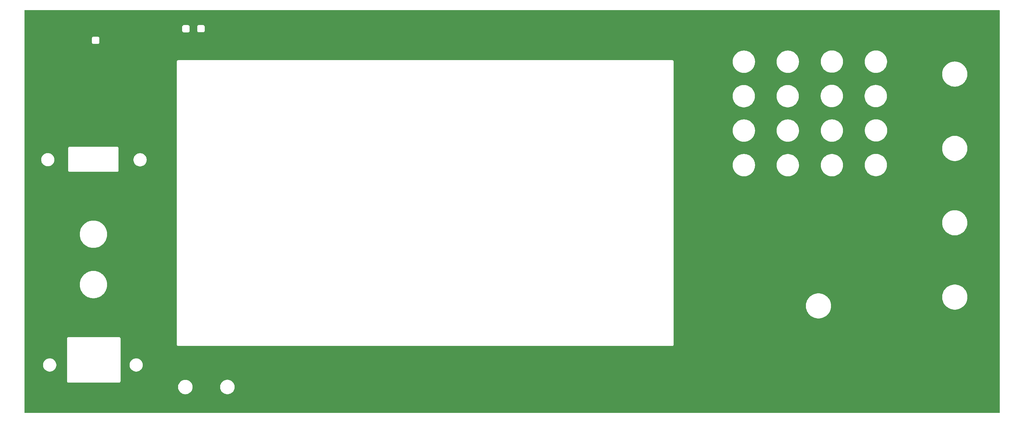
<source format=gbr>
%TF.GenerationSoftware,KiCad,Pcbnew,9.0.4*%
%TF.CreationDate,2025-11-06T12:47:48+01:00*%
%TF.ProjectId,SAUBerry_front_v1,53415542-6572-4727-995f-66726f6e745f,rev?*%
%TF.SameCoordinates,Original*%
%TF.FileFunction,Copper,L1,Top*%
%TF.FilePolarity,Positive*%
%FSLAX46Y46*%
G04 Gerber Fmt 4.6, Leading zero omitted, Abs format (unit mm)*
G04 Created by KiCad (PCBNEW 9.0.4) date 2025-11-06 12:47:48*
%MOMM*%
%LPD*%
G01*
G04 APERTURE LIST*
G04 APERTURE END LIST*
%TA.AperFunction,Conductor*%
%TO.N,GND*%
G36*
X423432539Y-118690185D02*
G01*
X423478294Y-118742989D01*
X423489500Y-118794500D01*
X423489500Y-246845500D01*
X423469815Y-246912539D01*
X423417011Y-246958294D01*
X423365500Y-246969500D01*
X113464500Y-246969500D01*
X113397461Y-246949815D01*
X113351706Y-246897011D01*
X113340500Y-246845500D01*
X113340500Y-238573223D01*
X162227500Y-238573223D01*
X162227500Y-238874776D01*
X162227501Y-238874793D01*
X162266861Y-239173766D01*
X162344913Y-239465060D01*
X162460314Y-239743661D01*
X162460318Y-239743671D01*
X162611099Y-240004831D01*
X162794679Y-240244078D01*
X162794685Y-240244085D01*
X163007914Y-240457314D01*
X163007921Y-240457320D01*
X163247168Y-240640900D01*
X163508328Y-240791681D01*
X163508329Y-240791681D01*
X163508332Y-240791683D01*
X163694072Y-240868619D01*
X163786939Y-240907086D01*
X163786940Y-240907086D01*
X163786942Y-240907087D01*
X164078232Y-240985138D01*
X164377217Y-241024500D01*
X164377224Y-241024500D01*
X164678776Y-241024500D01*
X164678783Y-241024500D01*
X164977768Y-240985138D01*
X165269058Y-240907087D01*
X165547668Y-240791683D01*
X165808832Y-240640900D01*
X166048080Y-240457319D01*
X166261319Y-240244080D01*
X166444900Y-240004832D01*
X166595683Y-239743668D01*
X166711087Y-239465058D01*
X166789138Y-239173768D01*
X166828500Y-238874783D01*
X166828500Y-238573217D01*
X166827448Y-238565223D01*
X175587900Y-238565223D01*
X175587900Y-238866776D01*
X175587901Y-238866793D01*
X175627261Y-239165766D01*
X175705313Y-239457060D01*
X175820714Y-239735661D01*
X175820718Y-239735671D01*
X175971499Y-239996831D01*
X176155079Y-240236078D01*
X176155085Y-240236085D01*
X176368314Y-240449314D01*
X176368321Y-240449320D01*
X176607568Y-240632900D01*
X176868728Y-240783681D01*
X176868729Y-240783681D01*
X176868732Y-240783683D01*
X177054472Y-240860619D01*
X177147339Y-240899086D01*
X177147340Y-240899086D01*
X177147342Y-240899087D01*
X177438632Y-240977138D01*
X177737617Y-241016500D01*
X177737624Y-241016500D01*
X178039176Y-241016500D01*
X178039183Y-241016500D01*
X178338168Y-240977138D01*
X178629458Y-240899087D01*
X178908068Y-240783683D01*
X179169232Y-240632900D01*
X179408480Y-240449319D01*
X179621719Y-240236080D01*
X179805300Y-239996832D01*
X179956083Y-239735668D01*
X180071487Y-239457058D01*
X180149538Y-239165768D01*
X180188900Y-238866783D01*
X180188900Y-238565217D01*
X180149538Y-238266232D01*
X180071487Y-237974942D01*
X179956083Y-237696332D01*
X179805300Y-237435168D01*
X179675793Y-237266391D01*
X179621720Y-237195921D01*
X179621714Y-237195914D01*
X179408485Y-236982685D01*
X179408478Y-236982679D01*
X179169231Y-236799099D01*
X178908071Y-236648318D01*
X178908061Y-236648314D01*
X178629460Y-236532913D01*
X178338166Y-236454861D01*
X178039193Y-236415501D01*
X178039188Y-236415500D01*
X178039183Y-236415500D01*
X177737617Y-236415500D01*
X177737611Y-236415500D01*
X177737606Y-236415501D01*
X177438633Y-236454861D01*
X177147339Y-236532913D01*
X176868738Y-236648314D01*
X176868728Y-236648318D01*
X176607568Y-236799099D01*
X176368321Y-236982679D01*
X176368314Y-236982685D01*
X176155085Y-237195914D01*
X176155079Y-237195921D01*
X175971499Y-237435168D01*
X175820718Y-237696328D01*
X175820714Y-237696338D01*
X175705313Y-237974939D01*
X175627261Y-238266233D01*
X175587901Y-238565206D01*
X175587900Y-238565223D01*
X166827448Y-238565223D01*
X166789138Y-238274232D01*
X166711087Y-237982942D01*
X166707773Y-237974942D01*
X166595685Y-237704338D01*
X166595681Y-237704328D01*
X166444900Y-237443168D01*
X166261320Y-237203921D01*
X166261314Y-237203914D01*
X166048085Y-236990685D01*
X166048078Y-236990679D01*
X165808831Y-236807099D01*
X165547671Y-236656318D01*
X165547661Y-236656314D01*
X165269060Y-236540913D01*
X164977766Y-236462861D01*
X164678793Y-236423501D01*
X164678788Y-236423500D01*
X164678783Y-236423500D01*
X164377217Y-236423500D01*
X164377211Y-236423500D01*
X164377206Y-236423501D01*
X164078233Y-236462861D01*
X163786939Y-236540913D01*
X163508338Y-236656314D01*
X163508328Y-236656318D01*
X163247168Y-236807099D01*
X163007921Y-236990679D01*
X163007914Y-236990685D01*
X162794685Y-237203914D01*
X162794679Y-237203921D01*
X162611099Y-237443168D01*
X162460318Y-237704328D01*
X162460314Y-237704338D01*
X162344913Y-237982939D01*
X162266861Y-238274233D01*
X162227501Y-238573206D01*
X162227500Y-238573223D01*
X113340500Y-238573223D01*
X113340500Y-231562332D01*
X119299500Y-231562332D01*
X119299500Y-231837667D01*
X119299501Y-231837684D01*
X119335438Y-232110655D01*
X119335439Y-232110660D01*
X119335440Y-232110666D01*
X119335441Y-232110668D01*
X119406704Y-232376630D01*
X119512075Y-232631017D01*
X119512080Y-232631028D01*
X119591809Y-232769121D01*
X119649751Y-232869479D01*
X119649753Y-232869482D01*
X119649754Y-232869483D01*
X119817370Y-233087926D01*
X119817376Y-233087933D01*
X120012066Y-233282623D01*
X120012072Y-233282628D01*
X120230521Y-233450249D01*
X120383778Y-233538732D01*
X120468971Y-233587919D01*
X120468976Y-233587921D01*
X120468979Y-233587923D01*
X120723368Y-233693295D01*
X120989334Y-233764560D01*
X121262326Y-233800500D01*
X121262333Y-233800500D01*
X121537667Y-233800500D01*
X121537674Y-233800500D01*
X121810666Y-233764560D01*
X122076632Y-233693295D01*
X122331021Y-233587923D01*
X122569479Y-233450249D01*
X122787928Y-233282628D01*
X122982628Y-233087928D01*
X123150249Y-232869479D01*
X123287923Y-232631021D01*
X123393295Y-232376632D01*
X123464560Y-232110666D01*
X123500500Y-231837674D01*
X123500500Y-231562326D01*
X123464560Y-231289334D01*
X123393295Y-231023368D01*
X123287923Y-230768979D01*
X123287921Y-230768976D01*
X123287919Y-230768971D01*
X123238732Y-230683778D01*
X123150249Y-230530521D01*
X122982628Y-230312072D01*
X122982623Y-230312066D01*
X122787933Y-230117376D01*
X122787926Y-230117370D01*
X122569483Y-229949754D01*
X122569482Y-229949753D01*
X122569479Y-229949751D01*
X122474407Y-229894861D01*
X122331028Y-229812080D01*
X122331017Y-229812075D01*
X122076630Y-229706704D01*
X121943649Y-229671072D01*
X121810666Y-229635440D01*
X121810660Y-229635439D01*
X121810655Y-229635438D01*
X121537684Y-229599501D01*
X121537679Y-229599500D01*
X121537674Y-229599500D01*
X121262326Y-229599500D01*
X121262320Y-229599500D01*
X121262315Y-229599501D01*
X120989344Y-229635438D01*
X120989337Y-229635439D01*
X120989334Y-229635440D01*
X120933125Y-229650500D01*
X120723369Y-229706704D01*
X120468982Y-229812075D01*
X120468971Y-229812080D01*
X120230516Y-229949754D01*
X120012073Y-230117370D01*
X120012066Y-230117376D01*
X119817376Y-230312066D01*
X119817370Y-230312073D01*
X119649754Y-230530516D01*
X119512080Y-230768971D01*
X119512075Y-230768982D01*
X119406704Y-231023369D01*
X119335441Y-231289331D01*
X119335438Y-231289344D01*
X119299501Y-231562315D01*
X119299500Y-231562332D01*
X113340500Y-231562332D01*
X113340500Y-223234108D01*
X126899500Y-223234108D01*
X126899500Y-236865891D01*
X126933608Y-236993187D01*
X126966554Y-237050250D01*
X126999500Y-237107314D01*
X127092686Y-237200500D01*
X127206814Y-237266392D01*
X127334108Y-237300500D01*
X127334110Y-237300500D01*
X143465890Y-237300500D01*
X143465892Y-237300500D01*
X143593186Y-237266392D01*
X143707314Y-237200500D01*
X143800500Y-237107314D01*
X143866392Y-236993186D01*
X143900500Y-236865892D01*
X143900500Y-231562332D01*
X146799500Y-231562332D01*
X146799500Y-231837667D01*
X146799501Y-231837684D01*
X146835438Y-232110655D01*
X146835439Y-232110660D01*
X146835440Y-232110666D01*
X146835441Y-232110668D01*
X146906704Y-232376630D01*
X147012075Y-232631017D01*
X147012080Y-232631028D01*
X147091809Y-232769121D01*
X147149751Y-232869479D01*
X147149753Y-232869482D01*
X147149754Y-232869483D01*
X147317370Y-233087926D01*
X147317376Y-233087933D01*
X147512066Y-233282623D01*
X147512072Y-233282628D01*
X147730521Y-233450249D01*
X147883778Y-233538732D01*
X147968971Y-233587919D01*
X147968976Y-233587921D01*
X147968979Y-233587923D01*
X148223368Y-233693295D01*
X148489334Y-233764560D01*
X148762326Y-233800500D01*
X148762333Y-233800500D01*
X149037667Y-233800500D01*
X149037674Y-233800500D01*
X149310666Y-233764560D01*
X149576632Y-233693295D01*
X149831021Y-233587923D01*
X150069479Y-233450249D01*
X150287928Y-233282628D01*
X150482628Y-233087928D01*
X150650249Y-232869479D01*
X150787923Y-232631021D01*
X150893295Y-232376632D01*
X150964560Y-232110666D01*
X151000500Y-231837674D01*
X151000500Y-231562326D01*
X150964560Y-231289334D01*
X150893295Y-231023368D01*
X150787923Y-230768979D01*
X150787921Y-230768976D01*
X150787919Y-230768971D01*
X150738732Y-230683778D01*
X150650249Y-230530521D01*
X150482628Y-230312072D01*
X150482623Y-230312066D01*
X150287933Y-230117376D01*
X150287926Y-230117370D01*
X150069483Y-229949754D01*
X150069482Y-229949753D01*
X150069479Y-229949751D01*
X149974407Y-229894861D01*
X149831028Y-229812080D01*
X149831017Y-229812075D01*
X149576630Y-229706704D01*
X149443649Y-229671072D01*
X149310666Y-229635440D01*
X149310660Y-229635439D01*
X149310655Y-229635438D01*
X149037684Y-229599501D01*
X149037679Y-229599500D01*
X149037674Y-229599500D01*
X148762326Y-229599500D01*
X148762320Y-229599500D01*
X148762315Y-229599501D01*
X148489344Y-229635438D01*
X148489337Y-229635439D01*
X148489334Y-229635440D01*
X148433125Y-229650500D01*
X148223369Y-229706704D01*
X147968982Y-229812075D01*
X147968971Y-229812080D01*
X147730516Y-229949754D01*
X147512073Y-230117370D01*
X147512066Y-230117376D01*
X147317376Y-230312066D01*
X147317370Y-230312073D01*
X147149754Y-230530516D01*
X147012080Y-230768971D01*
X147012075Y-230768982D01*
X146906704Y-231023369D01*
X146835441Y-231289331D01*
X146835438Y-231289344D01*
X146799501Y-231562315D01*
X146799500Y-231562332D01*
X143900500Y-231562332D01*
X143900500Y-223234108D01*
X143866392Y-223106814D01*
X143800500Y-222992686D01*
X143707314Y-222899500D01*
X143650250Y-222866554D01*
X143593187Y-222833608D01*
X143529539Y-222816554D01*
X143465892Y-222799500D01*
X127465892Y-222799500D01*
X127334108Y-222799500D01*
X127206812Y-222833608D01*
X127092686Y-222899500D01*
X127092683Y-222899502D01*
X126999502Y-222992683D01*
X126999500Y-222992686D01*
X126933608Y-223106812D01*
X126899500Y-223234108D01*
X113340500Y-223234108D01*
X113340500Y-205910049D01*
X130949500Y-205910049D01*
X130949500Y-206289950D01*
X130982610Y-206668397D01*
X130982610Y-206668401D01*
X131048575Y-207042508D01*
X131048577Y-207042518D01*
X131146901Y-207409467D01*
X131276833Y-207766450D01*
X131276836Y-207766457D01*
X131276837Y-207766459D01*
X131437378Y-208110742D01*
X131437383Y-208110751D01*
X131627330Y-208439749D01*
X131627334Y-208439755D01*
X131627341Y-208439766D01*
X131845228Y-208750941D01*
X131958137Y-208885500D01*
X132089419Y-209041956D01*
X132358044Y-209310581D01*
X132403973Y-209349120D01*
X132649058Y-209554771D01*
X132960233Y-209772658D01*
X132960240Y-209772662D01*
X132960251Y-209772670D01*
X133163937Y-209890268D01*
X133289242Y-209962613D01*
X133289257Y-209962621D01*
X133377412Y-210003728D01*
X133633550Y-210123167D01*
X133990533Y-210253099D01*
X134357482Y-210351423D01*
X134731605Y-210417390D01*
X135110051Y-210450499D01*
X135110052Y-210450500D01*
X135110053Y-210450500D01*
X135489948Y-210450500D01*
X135489948Y-210450499D01*
X135868395Y-210417390D01*
X136242518Y-210351423D01*
X136609467Y-210253099D01*
X136966450Y-210123167D01*
X137310751Y-209962617D01*
X137639749Y-209772670D01*
X137950940Y-209554772D01*
X138241956Y-209310581D01*
X138510581Y-209041956D01*
X138754772Y-208750940D01*
X138972670Y-208439749D01*
X139162617Y-208110751D01*
X139323167Y-207766450D01*
X139453099Y-207409467D01*
X139551423Y-207042518D01*
X139617390Y-206668395D01*
X139650500Y-206289947D01*
X139650500Y-205910053D01*
X139617390Y-205531605D01*
X139551423Y-205157482D01*
X139453099Y-204790533D01*
X139323167Y-204433550D01*
X139162617Y-204089249D01*
X138972670Y-203760251D01*
X138972662Y-203760240D01*
X138972658Y-203760233D01*
X138754771Y-203449058D01*
X138510578Y-203158041D01*
X138241958Y-202889421D01*
X137950941Y-202645228D01*
X137639766Y-202427341D01*
X137639755Y-202427334D01*
X137639749Y-202427330D01*
X137542004Y-202370897D01*
X137310757Y-202237386D01*
X137310742Y-202237378D01*
X136966459Y-202076837D01*
X136966457Y-202076836D01*
X136966450Y-202076833D01*
X136609467Y-201946901D01*
X136376832Y-201884566D01*
X136242519Y-201848577D01*
X136242508Y-201848575D01*
X135868399Y-201782610D01*
X135489950Y-201749500D01*
X135489947Y-201749500D01*
X135110053Y-201749500D01*
X135110049Y-201749500D01*
X134731602Y-201782610D01*
X134731598Y-201782610D01*
X134357491Y-201848575D01*
X134357480Y-201848577D01*
X134160832Y-201901269D01*
X133990533Y-201946901D01*
X133990530Y-201946902D01*
X133990529Y-201946902D01*
X133791123Y-202019480D01*
X133633550Y-202076833D01*
X133633546Y-202076834D01*
X133633540Y-202076837D01*
X133289257Y-202237378D01*
X133289242Y-202237386D01*
X132960259Y-202427325D01*
X132960233Y-202427341D01*
X132649058Y-202645228D01*
X132358041Y-202889421D01*
X132089421Y-203158041D01*
X131845228Y-203449058D01*
X131627341Y-203760233D01*
X131627325Y-203760259D01*
X131437386Y-204089242D01*
X131437378Y-204089257D01*
X131276837Y-204433540D01*
X131146902Y-204790529D01*
X131146902Y-204790531D01*
X131048577Y-205157480D01*
X131048575Y-205157491D01*
X130982610Y-205531598D01*
X130982610Y-205531602D01*
X130949500Y-205910049D01*
X113340500Y-205910049D01*
X113340500Y-189874980D01*
X130949500Y-189874980D01*
X130949500Y-190254881D01*
X130982610Y-190633328D01*
X130982610Y-190633332D01*
X131048575Y-191007439D01*
X131048577Y-191007449D01*
X131146901Y-191374398D01*
X131276833Y-191731381D01*
X131276836Y-191731388D01*
X131276837Y-191731390D01*
X131437378Y-192075673D01*
X131437383Y-192075682D01*
X131627330Y-192404680D01*
X131627334Y-192404686D01*
X131627341Y-192404697D01*
X131845228Y-192715872D01*
X132021730Y-192926218D01*
X132089419Y-193006887D01*
X132358044Y-193275512D01*
X132403973Y-193314051D01*
X132649058Y-193519702D01*
X132960233Y-193737589D01*
X132960240Y-193737593D01*
X132960251Y-193737601D01*
X133268588Y-193915619D01*
X133289242Y-193927544D01*
X133289257Y-193927552D01*
X133442271Y-193998903D01*
X133633550Y-194088098D01*
X133990533Y-194218030D01*
X134357482Y-194316354D01*
X134731605Y-194382321D01*
X135110051Y-194415430D01*
X135110052Y-194415431D01*
X135110053Y-194415431D01*
X135489948Y-194415431D01*
X135489948Y-194415430D01*
X135868395Y-194382321D01*
X136242518Y-194316354D01*
X136609467Y-194218030D01*
X136966450Y-194088098D01*
X137310751Y-193927548D01*
X137639749Y-193737601D01*
X137950940Y-193519703D01*
X138241956Y-193275512D01*
X138510581Y-193006887D01*
X138754772Y-192715871D01*
X138972670Y-192404680D01*
X139162617Y-192075682D01*
X139323167Y-191731381D01*
X139453099Y-191374398D01*
X139551423Y-191007449D01*
X139617390Y-190633326D01*
X139650500Y-190254878D01*
X139650500Y-189874984D01*
X139617390Y-189496536D01*
X139551423Y-189122413D01*
X139453099Y-188755464D01*
X139323167Y-188398481D01*
X139196153Y-188126099D01*
X139162621Y-188054188D01*
X139162613Y-188054173D01*
X139053114Y-187864515D01*
X138972670Y-187725182D01*
X138972662Y-187725171D01*
X138972658Y-187725164D01*
X138754771Y-187413989D01*
X138510578Y-187122972D01*
X138241958Y-186854352D01*
X137950941Y-186610159D01*
X137639766Y-186392272D01*
X137639755Y-186392265D01*
X137639749Y-186392261D01*
X137385408Y-186245417D01*
X137310757Y-186202317D01*
X137310742Y-186202309D01*
X136966459Y-186041768D01*
X136966457Y-186041767D01*
X136966450Y-186041764D01*
X136609467Y-185911832D01*
X136376832Y-185849497D01*
X136242519Y-185813508D01*
X136242508Y-185813506D01*
X135868399Y-185747541D01*
X135489950Y-185714431D01*
X135489947Y-185714431D01*
X135110053Y-185714431D01*
X135110049Y-185714431D01*
X134731602Y-185747541D01*
X134731598Y-185747541D01*
X134357491Y-185813506D01*
X134357480Y-185813508D01*
X134160832Y-185866200D01*
X133990533Y-185911832D01*
X133990530Y-185911833D01*
X133990529Y-185911833D01*
X133791123Y-185984411D01*
X133633550Y-186041764D01*
X133633546Y-186041765D01*
X133633540Y-186041768D01*
X133289257Y-186202309D01*
X133289242Y-186202317D01*
X132960259Y-186392256D01*
X132960233Y-186392272D01*
X132649058Y-186610159D01*
X132358041Y-186854352D01*
X132089421Y-187122972D01*
X131845228Y-187413989D01*
X131627341Y-187725164D01*
X131627325Y-187725190D01*
X131437386Y-188054173D01*
X131437378Y-188054188D01*
X131276837Y-188398471D01*
X131276834Y-188398477D01*
X131276833Y-188398481D01*
X131249799Y-188472755D01*
X131191535Y-188632835D01*
X131146901Y-188755464D01*
X131135083Y-188799569D01*
X131048577Y-189122411D01*
X131048575Y-189122422D01*
X130982610Y-189496529D01*
X130982610Y-189496533D01*
X130949500Y-189874980D01*
X113340500Y-189874980D01*
X113340500Y-166182332D01*
X118688500Y-166182332D01*
X118688500Y-166457667D01*
X118688501Y-166457684D01*
X118724438Y-166730655D01*
X118724439Y-166730660D01*
X118724440Y-166730666D01*
X118753725Y-166839959D01*
X118795704Y-166996630D01*
X118901075Y-167251017D01*
X118901080Y-167251028D01*
X118965271Y-167362208D01*
X119038751Y-167489479D01*
X119038753Y-167489482D01*
X119038754Y-167489483D01*
X119206370Y-167707926D01*
X119206376Y-167707933D01*
X119401066Y-167902623D01*
X119401072Y-167902628D01*
X119619521Y-168070249D01*
X119772778Y-168158732D01*
X119857971Y-168207919D01*
X119857976Y-168207921D01*
X119857979Y-168207923D01*
X120112368Y-168313295D01*
X120378334Y-168384560D01*
X120651326Y-168420500D01*
X120651333Y-168420500D01*
X120926667Y-168420500D01*
X120926674Y-168420500D01*
X121199666Y-168384560D01*
X121465632Y-168313295D01*
X121720021Y-168207923D01*
X121958479Y-168070249D01*
X122176928Y-167902628D01*
X122371628Y-167707928D01*
X122539249Y-167489479D01*
X122676923Y-167251021D01*
X122782295Y-166996632D01*
X122853560Y-166730666D01*
X122889500Y-166457674D01*
X122889500Y-166182326D01*
X122853560Y-165909334D01*
X122782295Y-165643368D01*
X122676923Y-165388979D01*
X122676921Y-165388976D01*
X122676919Y-165388971D01*
X122614511Y-165280879D01*
X122539249Y-165150521D01*
X122470099Y-165060403D01*
X122371629Y-164932073D01*
X122371623Y-164932066D01*
X122176933Y-164737376D01*
X122176926Y-164737370D01*
X121958483Y-164569754D01*
X121958482Y-164569753D01*
X121958479Y-164569751D01*
X121839212Y-164500892D01*
X121720028Y-164432080D01*
X121720017Y-164432075D01*
X121465630Y-164326704D01*
X121311628Y-164285440D01*
X121199666Y-164255440D01*
X121199660Y-164255439D01*
X121199655Y-164255438D01*
X120926684Y-164219501D01*
X120926679Y-164219500D01*
X120926674Y-164219500D01*
X120651326Y-164219500D01*
X120651320Y-164219500D01*
X120651315Y-164219501D01*
X120378344Y-164255438D01*
X120378337Y-164255439D01*
X120378334Y-164255440D01*
X120322125Y-164270500D01*
X120112369Y-164326704D01*
X119857982Y-164432075D01*
X119857971Y-164432080D01*
X119650800Y-164551692D01*
X119620909Y-164568950D01*
X119619516Y-164569754D01*
X119401073Y-164737370D01*
X119401066Y-164737376D01*
X119206376Y-164932066D01*
X119206370Y-164932073D01*
X119038754Y-165150516D01*
X118901080Y-165388971D01*
X118901075Y-165388982D01*
X118795704Y-165643369D01*
X118724441Y-165909331D01*
X118724438Y-165909344D01*
X118688501Y-166182315D01*
X118688500Y-166182332D01*
X113340500Y-166182332D01*
X113340500Y-162634108D01*
X127278500Y-162634108D01*
X127278500Y-169765892D01*
X127295554Y-169829539D01*
X127312608Y-169893187D01*
X127345554Y-169950250D01*
X127378500Y-170007314D01*
X127471686Y-170100500D01*
X127585814Y-170166392D01*
X127713108Y-170200500D01*
X127713110Y-170200500D01*
X142844890Y-170200500D01*
X142844892Y-170200500D01*
X142972186Y-170166392D01*
X143086314Y-170100500D01*
X143179500Y-170007314D01*
X143245392Y-169893186D01*
X143279500Y-169765892D01*
X143279500Y-166212332D01*
X148028500Y-166212332D01*
X148028500Y-166487667D01*
X148028501Y-166487684D01*
X148064438Y-166760655D01*
X148064439Y-166760660D01*
X148064440Y-166760666D01*
X148093851Y-166870430D01*
X148135704Y-167026630D01*
X148241075Y-167281017D01*
X148241080Y-167281028D01*
X148319071Y-167416111D01*
X148378751Y-167519479D01*
X148378753Y-167519482D01*
X148378754Y-167519483D01*
X148546370Y-167737926D01*
X148546376Y-167737933D01*
X148741066Y-167932623D01*
X148741072Y-167932628D01*
X148959521Y-168100249D01*
X149112778Y-168188732D01*
X149197971Y-168237919D01*
X149197976Y-168237921D01*
X149197979Y-168237923D01*
X149452368Y-168343295D01*
X149718334Y-168414560D01*
X149991326Y-168450500D01*
X149991333Y-168450500D01*
X150266667Y-168450500D01*
X150266674Y-168450500D01*
X150539666Y-168414560D01*
X150805632Y-168343295D01*
X151060021Y-168237923D01*
X151298479Y-168100249D01*
X151516928Y-167932628D01*
X151711628Y-167737928D01*
X151879249Y-167519479D01*
X152016923Y-167281021D01*
X152122295Y-167026632D01*
X152193560Y-166760666D01*
X152229500Y-166487674D01*
X152229500Y-166212326D01*
X152193560Y-165939334D01*
X152122295Y-165673368D01*
X152016923Y-165418979D01*
X152016921Y-165418976D01*
X152016919Y-165418971D01*
X151950652Y-165304194D01*
X151879249Y-165180521D01*
X151711628Y-164962072D01*
X151711623Y-164962066D01*
X151516933Y-164767376D01*
X151516926Y-164767370D01*
X151298483Y-164599754D01*
X151298482Y-164599753D01*
X151298479Y-164599751D01*
X151165023Y-164522700D01*
X151060028Y-164462080D01*
X151060017Y-164462075D01*
X150805630Y-164356704D01*
X150672649Y-164321072D01*
X150539666Y-164285440D01*
X150539660Y-164285439D01*
X150539655Y-164285438D01*
X150266684Y-164249501D01*
X150266679Y-164249500D01*
X150266674Y-164249500D01*
X149991326Y-164249500D01*
X149991320Y-164249500D01*
X149991315Y-164249501D01*
X149718344Y-164285438D01*
X149718337Y-164285439D01*
X149718334Y-164285440D01*
X149662125Y-164300500D01*
X149452369Y-164356704D01*
X149197982Y-164462075D01*
X149197971Y-164462080D01*
X148959516Y-164599754D01*
X148741073Y-164767370D01*
X148741066Y-164767376D01*
X148546376Y-164962066D01*
X148546370Y-164962073D01*
X148378754Y-165180516D01*
X148241080Y-165418971D01*
X148241075Y-165418982D01*
X148135704Y-165673369D01*
X148090569Y-165841818D01*
X148072479Y-165909334D01*
X148064441Y-165939331D01*
X148064438Y-165939344D01*
X148028501Y-166212315D01*
X148028500Y-166212332D01*
X143279500Y-166212332D01*
X143279500Y-162634108D01*
X143245392Y-162506814D01*
X143179500Y-162392686D01*
X143086314Y-162299500D01*
X143029250Y-162266554D01*
X142972187Y-162233608D01*
X142908539Y-162216554D01*
X142844892Y-162199500D01*
X127844892Y-162199500D01*
X127713108Y-162199500D01*
X127585812Y-162233608D01*
X127471686Y-162299500D01*
X127471683Y-162299502D01*
X127378502Y-162392683D01*
X127378500Y-162392686D01*
X127312608Y-162506812D01*
X127302465Y-162544668D01*
X127278500Y-162634108D01*
X113340500Y-162634108D01*
X113340500Y-135062108D01*
X161805500Y-135062108D01*
X161805500Y-225193891D01*
X161839608Y-225321187D01*
X161872554Y-225378250D01*
X161905500Y-225435314D01*
X161998686Y-225528500D01*
X162112814Y-225594392D01*
X162240108Y-225628500D01*
X162240110Y-225628500D01*
X319371890Y-225628500D01*
X319371892Y-225628500D01*
X319499186Y-225594392D01*
X319613314Y-225528500D01*
X319706500Y-225435314D01*
X319772392Y-225321186D01*
X319806500Y-225193892D01*
X319806500Y-212689471D01*
X361861100Y-212689471D01*
X361861100Y-213082528D01*
X361899626Y-213473702D01*
X361976304Y-213859194D01*
X361976307Y-213859205D01*
X362090410Y-214235354D01*
X362240830Y-214598499D01*
X362240832Y-214598504D01*
X362426111Y-214945137D01*
X362426122Y-214945155D01*
X362644487Y-215271960D01*
X362644497Y-215271974D01*
X362893854Y-215575817D01*
X363171782Y-215853745D01*
X363171787Y-215853749D01*
X363171788Y-215853750D01*
X363475631Y-216103107D01*
X363802451Y-216321482D01*
X363802460Y-216321487D01*
X363802462Y-216321488D01*
X364149095Y-216506767D01*
X364149097Y-216506767D01*
X364149103Y-216506771D01*
X364512247Y-216657190D01*
X364888385Y-216771290D01*
X364888391Y-216771291D01*
X364888394Y-216771292D01*
X364888405Y-216771295D01*
X365273897Y-216847973D01*
X365665068Y-216886500D01*
X365665071Y-216886500D01*
X366058129Y-216886500D01*
X366058132Y-216886500D01*
X366449303Y-216847973D01*
X366524348Y-216833045D01*
X366834794Y-216771295D01*
X366834805Y-216771292D01*
X366834805Y-216771291D01*
X366834815Y-216771290D01*
X367210953Y-216657190D01*
X367574097Y-216506771D01*
X367920749Y-216321482D01*
X368247569Y-216103107D01*
X368551412Y-215853750D01*
X368829350Y-215575812D01*
X369078707Y-215271969D01*
X369297082Y-214945149D01*
X369482371Y-214598497D01*
X369632790Y-214235353D01*
X369746890Y-213859215D01*
X369746892Y-213859205D01*
X369746895Y-213859194D01*
X369823573Y-213473702D01*
X369862100Y-213082528D01*
X369862100Y-212689471D01*
X369846696Y-212533075D01*
X369823573Y-212298297D01*
X369746895Y-211912805D01*
X369746892Y-211912794D01*
X369746891Y-211912791D01*
X369746890Y-211912785D01*
X369632790Y-211536647D01*
X369482371Y-211173503D01*
X369469955Y-211150275D01*
X369297088Y-210826862D01*
X369297087Y-210826860D01*
X369297082Y-210826851D01*
X369078707Y-210500031D01*
X368829350Y-210196188D01*
X368829349Y-210196187D01*
X368829345Y-210196182D01*
X368551417Y-209918254D01*
X368517316Y-209890268D01*
X405206340Y-209890268D01*
X405206340Y-209918617D01*
X405206340Y-210283332D01*
X405218056Y-210402287D01*
X405244866Y-210674502D01*
X405321544Y-211059994D01*
X405321547Y-211060005D01*
X405435650Y-211436154D01*
X405586070Y-211799299D01*
X405586072Y-211799304D01*
X405771351Y-212145937D01*
X405771362Y-212145955D01*
X405989727Y-212472760D01*
X405989737Y-212472774D01*
X406239094Y-212776617D01*
X406517022Y-213054545D01*
X406517027Y-213054549D01*
X406517028Y-213054550D01*
X406820871Y-213303907D01*
X407147691Y-213522282D01*
X407147700Y-213522287D01*
X407147702Y-213522288D01*
X407494335Y-213707567D01*
X407494337Y-213707567D01*
X407494343Y-213707571D01*
X407857487Y-213857990D01*
X408233625Y-213972090D01*
X408233631Y-213972091D01*
X408233634Y-213972092D01*
X408233645Y-213972095D01*
X408619137Y-214048773D01*
X409010308Y-214087300D01*
X409010311Y-214087300D01*
X409403369Y-214087300D01*
X409403372Y-214087300D01*
X409794543Y-214048773D01*
X409869588Y-214033845D01*
X410180034Y-213972095D01*
X410180045Y-213972092D01*
X410180045Y-213972091D01*
X410180055Y-213972090D01*
X410556193Y-213857990D01*
X410919337Y-213707571D01*
X411265989Y-213522282D01*
X411592809Y-213303907D01*
X411896652Y-213054550D01*
X412174590Y-212776612D01*
X412423947Y-212472769D01*
X412642322Y-212145949D01*
X412827611Y-211799297D01*
X412978030Y-211436153D01*
X413092130Y-211060015D01*
X413092132Y-211060005D01*
X413092135Y-211059994D01*
X413168813Y-210674502D01*
X413185997Y-210500031D01*
X413207340Y-210283332D01*
X413207340Y-209890268D01*
X413168813Y-209499097D01*
X413158145Y-209445465D01*
X413092135Y-209113605D01*
X413092132Y-209113594D01*
X413092131Y-209113591D01*
X413092130Y-209113585D01*
X412978030Y-208737447D01*
X412827611Y-208374303D01*
X412815195Y-208351075D01*
X412642328Y-208027662D01*
X412642327Y-208027660D01*
X412642322Y-208027651D01*
X412423947Y-207700831D01*
X412174590Y-207396988D01*
X412174589Y-207396987D01*
X412174585Y-207396982D01*
X411896657Y-207119054D01*
X411592814Y-206869697D01*
X411592813Y-206869696D01*
X411592809Y-206869693D01*
X411265989Y-206651318D01*
X411265984Y-206651315D01*
X411265977Y-206651311D01*
X410919344Y-206466032D01*
X410919339Y-206466030D01*
X410556194Y-206315610D01*
X410180045Y-206201507D01*
X410180034Y-206201504D01*
X409794542Y-206124826D01*
X409499929Y-206095810D01*
X409403372Y-206086300D01*
X409010308Y-206086300D01*
X408921091Y-206095087D01*
X408619137Y-206124826D01*
X408233645Y-206201504D01*
X408233634Y-206201507D01*
X407857485Y-206315610D01*
X407494340Y-206466030D01*
X407494335Y-206466032D01*
X407147702Y-206651311D01*
X407147684Y-206651322D01*
X406820879Y-206869687D01*
X406820865Y-206869697D01*
X406517022Y-207119054D01*
X406239094Y-207396982D01*
X405989737Y-207700825D01*
X405989727Y-207700839D01*
X405771362Y-208027644D01*
X405771351Y-208027662D01*
X405586072Y-208374295D01*
X405586070Y-208374300D01*
X405435650Y-208737445D01*
X405321547Y-209113594D01*
X405321544Y-209113605D01*
X405244866Y-209499097D01*
X405217922Y-209772670D01*
X405206340Y-209890268D01*
X368517316Y-209890268D01*
X368247574Y-209668897D01*
X368247573Y-209668896D01*
X368247569Y-209668893D01*
X367920749Y-209450518D01*
X367920744Y-209450515D01*
X367920737Y-209450511D01*
X367574104Y-209265232D01*
X367574099Y-209265230D01*
X367210954Y-209114810D01*
X366834805Y-209000707D01*
X366834794Y-209000704D01*
X366449302Y-208924026D01*
X366154689Y-208895010D01*
X366058132Y-208885500D01*
X365665068Y-208885500D01*
X365575851Y-208894287D01*
X365273897Y-208924026D01*
X364888405Y-209000704D01*
X364888394Y-209000707D01*
X364512245Y-209114810D01*
X364149100Y-209265230D01*
X364149095Y-209265232D01*
X363802462Y-209450511D01*
X363802444Y-209450522D01*
X363475639Y-209668887D01*
X363475625Y-209668897D01*
X363171782Y-209918254D01*
X362893854Y-210196182D01*
X362644497Y-210500025D01*
X362644487Y-210500039D01*
X362426122Y-210826844D01*
X362426111Y-210826862D01*
X362240832Y-211173495D01*
X362240830Y-211173500D01*
X362090410Y-211536645D01*
X361976307Y-211912794D01*
X361976304Y-211912805D01*
X361899626Y-212298297D01*
X361861100Y-212689471D01*
X319806500Y-212689471D01*
X319806500Y-186217071D01*
X405193500Y-186217071D01*
X405193500Y-186610128D01*
X405232026Y-187001302D01*
X405308704Y-187386794D01*
X405308707Y-187386805D01*
X405422810Y-187762954D01*
X405573230Y-188126099D01*
X405573232Y-188126104D01*
X405758511Y-188472737D01*
X405758522Y-188472755D01*
X405976887Y-188799560D01*
X405976897Y-188799574D01*
X406226254Y-189103417D01*
X406504182Y-189381345D01*
X406504187Y-189381349D01*
X406504188Y-189381350D01*
X406808031Y-189630707D01*
X407134851Y-189849082D01*
X407134860Y-189849087D01*
X407134862Y-189849088D01*
X407481495Y-190034367D01*
X407481497Y-190034367D01*
X407481503Y-190034371D01*
X407844647Y-190184790D01*
X408220785Y-190298890D01*
X408220791Y-190298891D01*
X408220794Y-190298892D01*
X408220805Y-190298895D01*
X408606297Y-190375573D01*
X408997468Y-190414100D01*
X408997471Y-190414100D01*
X409390529Y-190414100D01*
X409390532Y-190414100D01*
X409781703Y-190375573D01*
X409856748Y-190360645D01*
X410167194Y-190298895D01*
X410167205Y-190298892D01*
X410167205Y-190298891D01*
X410167215Y-190298890D01*
X410543353Y-190184790D01*
X410906497Y-190034371D01*
X411253149Y-189849082D01*
X411579969Y-189630707D01*
X411883812Y-189381350D01*
X412161750Y-189103412D01*
X412411107Y-188799569D01*
X412629482Y-188472749D01*
X412814771Y-188126097D01*
X412965190Y-187762953D01*
X413079290Y-187386815D01*
X413079292Y-187386805D01*
X413079295Y-187386794D01*
X413155973Y-187001302D01*
X413164371Y-186916035D01*
X413194500Y-186610132D01*
X413194500Y-186217068D01*
X413155973Y-185825897D01*
X413133801Y-185714431D01*
X413079295Y-185440405D01*
X413079292Y-185440394D01*
X413079291Y-185440391D01*
X413079290Y-185440385D01*
X412965190Y-185064247D01*
X412814771Y-184701103D01*
X412802355Y-184677875D01*
X412629488Y-184354462D01*
X412629487Y-184354460D01*
X412629482Y-184354451D01*
X412411107Y-184027631D01*
X412161750Y-183723788D01*
X412161749Y-183723787D01*
X412161745Y-183723782D01*
X411883817Y-183445854D01*
X411579974Y-183196497D01*
X411579973Y-183196496D01*
X411579969Y-183196493D01*
X411253149Y-182978118D01*
X411253144Y-182978115D01*
X411253137Y-182978111D01*
X410906504Y-182792832D01*
X410906499Y-182792830D01*
X410543354Y-182642410D01*
X410167205Y-182528307D01*
X410167194Y-182528304D01*
X409781702Y-182451626D01*
X409487089Y-182422610D01*
X409390532Y-182413100D01*
X408997468Y-182413100D01*
X408908251Y-182421887D01*
X408606297Y-182451626D01*
X408220805Y-182528304D01*
X408220794Y-182528307D01*
X407844645Y-182642410D01*
X407481500Y-182792830D01*
X407481495Y-182792832D01*
X407134862Y-182978111D01*
X407134844Y-182978122D01*
X406808039Y-183196487D01*
X406808025Y-183196497D01*
X406504182Y-183445854D01*
X406226254Y-183723782D01*
X405976897Y-184027625D01*
X405976887Y-184027639D01*
X405758522Y-184354444D01*
X405758511Y-184354462D01*
X405573232Y-184701095D01*
X405573230Y-184701100D01*
X405422810Y-185064245D01*
X405308707Y-185440394D01*
X405308704Y-185440405D01*
X405232026Y-185825897D01*
X405193500Y-186217071D01*
X319806500Y-186217071D01*
X319806500Y-167893575D01*
X338587500Y-167893575D01*
X338587500Y-167925048D01*
X338587500Y-168242425D01*
X338594480Y-168313295D01*
X338621692Y-168589594D01*
X338689744Y-168931721D01*
X338689747Y-168931732D01*
X338791016Y-169265571D01*
X338924516Y-169587867D01*
X338924518Y-169587872D01*
X339088955Y-169895511D01*
X339088972Y-169895539D01*
X339282759Y-170185563D01*
X339282776Y-170185586D01*
X339504084Y-170455251D01*
X339750748Y-170701915D01*
X339750753Y-170701919D01*
X339750754Y-170701920D01*
X340020419Y-170923228D01*
X340020426Y-170923233D01*
X340020436Y-170923240D01*
X340310460Y-171117027D01*
X340310465Y-171117030D01*
X340310477Y-171117038D01*
X340310486Y-171117042D01*
X340310488Y-171117044D01*
X340618127Y-171281481D01*
X340618129Y-171281481D01*
X340618135Y-171281485D01*
X340940430Y-171414984D01*
X341274258Y-171516250D01*
X341274264Y-171516251D01*
X341274267Y-171516252D01*
X341274278Y-171516255D01*
X341616405Y-171584307D01*
X341963575Y-171618500D01*
X341963578Y-171618500D01*
X342312422Y-171618500D01*
X342312425Y-171618500D01*
X342659595Y-171584307D01*
X342726197Y-171571059D01*
X343001721Y-171516255D01*
X343001732Y-171516252D01*
X343001732Y-171516251D01*
X343001742Y-171516250D01*
X343335570Y-171414984D01*
X343657865Y-171281485D01*
X343965523Y-171117038D01*
X344255581Y-170923228D01*
X344525246Y-170701920D01*
X344771920Y-170455246D01*
X344993228Y-170185581D01*
X345187038Y-169895523D01*
X345351485Y-169587865D01*
X345484984Y-169265570D01*
X345586250Y-168931742D01*
X345586252Y-168931732D01*
X345586255Y-168931721D01*
X345641059Y-168656197D01*
X345654307Y-168589595D01*
X345688500Y-168242425D01*
X345688500Y-167898778D01*
X352557500Y-167898778D01*
X352557500Y-168247621D01*
X352591692Y-168594794D01*
X352659744Y-168936921D01*
X352659747Y-168936932D01*
X352761016Y-169270771D01*
X352894516Y-169593067D01*
X352894518Y-169593072D01*
X353058955Y-169900711D01*
X353058972Y-169900739D01*
X353252759Y-170190763D01*
X353252776Y-170190786D01*
X353474084Y-170460451D01*
X353720748Y-170707115D01*
X353720753Y-170707119D01*
X353720754Y-170707120D01*
X353990419Y-170928428D01*
X353990426Y-170928433D01*
X353990436Y-170928440D01*
X354280460Y-171122227D01*
X354280465Y-171122230D01*
X354280477Y-171122238D01*
X354280486Y-171122242D01*
X354280488Y-171122244D01*
X354588127Y-171286681D01*
X354588129Y-171286681D01*
X354588135Y-171286685D01*
X354910430Y-171420184D01*
X355244258Y-171521450D01*
X355244264Y-171521451D01*
X355244267Y-171521452D01*
X355244278Y-171521455D01*
X355586405Y-171589507D01*
X355933575Y-171623700D01*
X355933578Y-171623700D01*
X356282422Y-171623700D01*
X356282425Y-171623700D01*
X356629595Y-171589507D01*
X356739227Y-171567700D01*
X356971721Y-171521455D01*
X356971732Y-171521452D01*
X356971732Y-171521451D01*
X356971742Y-171521450D01*
X357305570Y-171420184D01*
X357627865Y-171286685D01*
X357935523Y-171122238D01*
X358225581Y-170928428D01*
X358495246Y-170707120D01*
X358741920Y-170460446D01*
X358963228Y-170190781D01*
X359157038Y-169900723D01*
X359321485Y-169593065D01*
X359454984Y-169270770D01*
X359556250Y-168936942D01*
X359556252Y-168936932D01*
X359556255Y-168936921D01*
X359624307Y-168594794D01*
X359629822Y-168538795D01*
X359658500Y-168247625D01*
X359658500Y-167898778D01*
X366578300Y-167898778D01*
X366578300Y-168247621D01*
X366612492Y-168594794D01*
X366680544Y-168936921D01*
X366680547Y-168936932D01*
X366781816Y-169270771D01*
X366915316Y-169593067D01*
X366915318Y-169593072D01*
X367079755Y-169900711D01*
X367079772Y-169900739D01*
X367273559Y-170190763D01*
X367273576Y-170190786D01*
X367494884Y-170460451D01*
X367741548Y-170707115D01*
X367741553Y-170707119D01*
X367741554Y-170707120D01*
X368011219Y-170928428D01*
X368011226Y-170928433D01*
X368011236Y-170928440D01*
X368301260Y-171122227D01*
X368301265Y-171122230D01*
X368301277Y-171122238D01*
X368301286Y-171122242D01*
X368301288Y-171122244D01*
X368608927Y-171286681D01*
X368608929Y-171286681D01*
X368608935Y-171286685D01*
X368931230Y-171420184D01*
X369265058Y-171521450D01*
X369265064Y-171521451D01*
X369265067Y-171521452D01*
X369265078Y-171521455D01*
X369607205Y-171589507D01*
X369954375Y-171623700D01*
X369954378Y-171623700D01*
X370303222Y-171623700D01*
X370303225Y-171623700D01*
X370650395Y-171589507D01*
X370760027Y-171567700D01*
X370992521Y-171521455D01*
X370992532Y-171521452D01*
X370992532Y-171521451D01*
X370992542Y-171521450D01*
X371326370Y-171420184D01*
X371648665Y-171286685D01*
X371956323Y-171122238D01*
X372246381Y-170928428D01*
X372516046Y-170707120D01*
X372762720Y-170460446D01*
X372984028Y-170190781D01*
X373177838Y-169900723D01*
X373342285Y-169593065D01*
X373475784Y-169270770D01*
X373577050Y-168936942D01*
X373577052Y-168936932D01*
X373577055Y-168936921D01*
X373645107Y-168594794D01*
X373650622Y-168538795D01*
X373679300Y-168247625D01*
X373679300Y-167898775D01*
X373673784Y-167842775D01*
X380548300Y-167842775D01*
X380548300Y-167874248D01*
X380548300Y-168191625D01*
X380558698Y-168297198D01*
X380582492Y-168538794D01*
X380650544Y-168880921D01*
X380650547Y-168880932D01*
X380751816Y-169214771D01*
X380885316Y-169537067D01*
X380885318Y-169537072D01*
X381049755Y-169844711D01*
X381049772Y-169844739D01*
X381243559Y-170134763D01*
X381243576Y-170134786D01*
X381464884Y-170404451D01*
X381711548Y-170651115D01*
X381711553Y-170651119D01*
X381711554Y-170651120D01*
X381981219Y-170872428D01*
X381981226Y-170872433D01*
X381981236Y-170872440D01*
X382271260Y-171066227D01*
X382271265Y-171066230D01*
X382271277Y-171066238D01*
X382271286Y-171066242D01*
X382271288Y-171066244D01*
X382578927Y-171230681D01*
X382578929Y-171230681D01*
X382578935Y-171230685D01*
X382901230Y-171364184D01*
X383235058Y-171465450D01*
X383235064Y-171465451D01*
X383235067Y-171465452D01*
X383235078Y-171465455D01*
X383577205Y-171533507D01*
X383924375Y-171567700D01*
X383924378Y-171567700D01*
X384273222Y-171567700D01*
X384273225Y-171567700D01*
X384620395Y-171533507D01*
X384707152Y-171516250D01*
X384962521Y-171465455D01*
X384962532Y-171465452D01*
X384962532Y-171465451D01*
X384962542Y-171465450D01*
X385296370Y-171364184D01*
X385618665Y-171230685D01*
X385926323Y-171066238D01*
X386216381Y-170872428D01*
X386486046Y-170651120D01*
X386732720Y-170404446D01*
X386954028Y-170134781D01*
X387147838Y-169844723D01*
X387312285Y-169537065D01*
X387445784Y-169214770D01*
X387547050Y-168880942D01*
X387547052Y-168880932D01*
X387547055Y-168880921D01*
X387615107Y-168538794D01*
X387627343Y-168414558D01*
X387649300Y-168191625D01*
X387649300Y-167842775D01*
X387615107Y-167495605D01*
X387605262Y-167446111D01*
X387547055Y-167153478D01*
X387547052Y-167153467D01*
X387547051Y-167153464D01*
X387547050Y-167153458D01*
X387445784Y-166819630D01*
X387312285Y-166497335D01*
X387307126Y-166487684D01*
X387147844Y-166189688D01*
X387147842Y-166189686D01*
X387147838Y-166189677D01*
X387147827Y-166189660D01*
X386954040Y-165899636D01*
X386954033Y-165899626D01*
X386954028Y-165899619D01*
X386732720Y-165629954D01*
X386732719Y-165629953D01*
X386732715Y-165629948D01*
X386486051Y-165383284D01*
X386216386Y-165161976D01*
X386216363Y-165161959D01*
X385926339Y-164968172D01*
X385926311Y-164968155D01*
X385618672Y-164803718D01*
X385618667Y-164803716D01*
X385610538Y-164800349D01*
X385419012Y-164721016D01*
X385296371Y-164670216D01*
X384965192Y-164569754D01*
X384962542Y-164568950D01*
X384962541Y-164568949D01*
X384962532Y-164568947D01*
X384962521Y-164568944D01*
X384620394Y-164500892D01*
X384358920Y-164475140D01*
X384273225Y-164466700D01*
X383924375Y-164466700D01*
X383845194Y-164474498D01*
X383577205Y-164500892D01*
X383235078Y-164568944D01*
X383235067Y-164568947D01*
X382901228Y-164670216D01*
X382578932Y-164803716D01*
X382578927Y-164803718D01*
X382271288Y-164968155D01*
X382271260Y-164968172D01*
X381981236Y-165161959D01*
X381981213Y-165161976D01*
X381711548Y-165383284D01*
X381464884Y-165629948D01*
X381243576Y-165899613D01*
X381243559Y-165899636D01*
X381049772Y-166189660D01*
X381049755Y-166189688D01*
X380885318Y-166497327D01*
X380885316Y-166497332D01*
X380751816Y-166819628D01*
X380650547Y-167153467D01*
X380650544Y-167153478D01*
X380582492Y-167495605D01*
X380558627Y-167737926D01*
X380548300Y-167842775D01*
X373673784Y-167842775D01*
X373660503Y-167707928D01*
X373645107Y-167551605D01*
X373577055Y-167209478D01*
X373577052Y-167209467D01*
X373577051Y-167209464D01*
X373577050Y-167209458D01*
X373475784Y-166875630D01*
X373342285Y-166553335D01*
X373339501Y-166548127D01*
X373177844Y-166245688D01*
X373177842Y-166245686D01*
X373177838Y-166245677D01*
X373174371Y-166240488D01*
X372984040Y-165955636D01*
X372984033Y-165955626D01*
X372984028Y-165955619D01*
X372762720Y-165685954D01*
X372762719Y-165685953D01*
X372762715Y-165685948D01*
X372516051Y-165439284D01*
X372246386Y-165217976D01*
X372246363Y-165217959D01*
X371956339Y-165024172D01*
X371956311Y-165024155D01*
X371648672Y-164859718D01*
X371648667Y-164859716D01*
X371636113Y-164854516D01*
X371554268Y-164820614D01*
X371326371Y-164726216D01*
X370992532Y-164624947D01*
X370992521Y-164624944D01*
X370650394Y-164556892D01*
X370388920Y-164531140D01*
X370303225Y-164522700D01*
X369954375Y-164522700D01*
X369875194Y-164530498D01*
X369607205Y-164556892D01*
X369265078Y-164624944D01*
X369265067Y-164624947D01*
X368931228Y-164726216D01*
X368608932Y-164859716D01*
X368608927Y-164859718D01*
X368301288Y-165024155D01*
X368301260Y-165024172D01*
X368011236Y-165217959D01*
X368011213Y-165217976D01*
X367741548Y-165439284D01*
X367494884Y-165685948D01*
X367273576Y-165955613D01*
X367273559Y-165955636D01*
X367079772Y-166245660D01*
X367079755Y-166245688D01*
X366915318Y-166553327D01*
X366915316Y-166553332D01*
X366781816Y-166875628D01*
X366680547Y-167209467D01*
X366680544Y-167209478D01*
X366612492Y-167551605D01*
X366597096Y-167707933D01*
X366583816Y-167842775D01*
X366578300Y-167898778D01*
X359658500Y-167898778D01*
X359658500Y-167898775D01*
X359624307Y-167551605D01*
X359611950Y-167489483D01*
X359556255Y-167209478D01*
X359556252Y-167209467D01*
X359556251Y-167209464D01*
X359556250Y-167209458D01*
X359454984Y-166875630D01*
X359321485Y-166553335D01*
X359318701Y-166548127D01*
X359157044Y-166245688D01*
X359157042Y-166245686D01*
X359157038Y-166245677D01*
X359153571Y-166240488D01*
X358963240Y-165955636D01*
X358963233Y-165955626D01*
X358963228Y-165955619D01*
X358741920Y-165685954D01*
X358741919Y-165685953D01*
X358741915Y-165685948D01*
X358495251Y-165439284D01*
X358225586Y-165217976D01*
X358225563Y-165217959D01*
X357935539Y-165024172D01*
X357935511Y-165024155D01*
X357627872Y-164859718D01*
X357627867Y-164859716D01*
X357615313Y-164854516D01*
X357533468Y-164820614D01*
X357305571Y-164726216D01*
X356971732Y-164624947D01*
X356971721Y-164624944D01*
X356629594Y-164556892D01*
X356368120Y-164531140D01*
X356282425Y-164522700D01*
X355933575Y-164522700D01*
X355854394Y-164530498D01*
X355586405Y-164556892D01*
X355244278Y-164624944D01*
X355244267Y-164624947D01*
X354910428Y-164726216D01*
X354588132Y-164859716D01*
X354588127Y-164859718D01*
X354280488Y-165024155D01*
X354280460Y-165024172D01*
X353990436Y-165217959D01*
X353990413Y-165217976D01*
X353720748Y-165439284D01*
X353474084Y-165685948D01*
X353252776Y-165955613D01*
X353252759Y-165955636D01*
X353058972Y-166245660D01*
X353058955Y-166245688D01*
X352894518Y-166553327D01*
X352894516Y-166553332D01*
X352761016Y-166875628D01*
X352659747Y-167209467D01*
X352659744Y-167209478D01*
X352591692Y-167551605D01*
X352576296Y-167707933D01*
X352563016Y-167842775D01*
X352557500Y-167898778D01*
X345688500Y-167898778D01*
X345688500Y-167893575D01*
X345654307Y-167546405D01*
X345642984Y-167489479D01*
X345586255Y-167204278D01*
X345586252Y-167204267D01*
X345586251Y-167204264D01*
X345586250Y-167204258D01*
X345484984Y-166870430D01*
X345351485Y-166548135D01*
X345332378Y-166512389D01*
X345187044Y-166240488D01*
X345187042Y-166240486D01*
X345187038Y-166240477D01*
X345187027Y-166240460D01*
X344993240Y-165950436D01*
X344993233Y-165950426D01*
X344993228Y-165950419D01*
X344771920Y-165680754D01*
X344771919Y-165680753D01*
X344771915Y-165680748D01*
X344525251Y-165434084D01*
X344255586Y-165212776D01*
X344255563Y-165212759D01*
X343965539Y-165018972D01*
X343965511Y-165018955D01*
X343657872Y-164854518D01*
X343657867Y-164854516D01*
X343335571Y-164721016D01*
X343001732Y-164619747D01*
X343001721Y-164619744D01*
X342659594Y-164551692D01*
X342398120Y-164525940D01*
X342312425Y-164517500D01*
X341963575Y-164517500D01*
X341884394Y-164525298D01*
X341616405Y-164551692D01*
X341274278Y-164619744D01*
X341274267Y-164619747D01*
X340940428Y-164721016D01*
X340618132Y-164854516D01*
X340618127Y-164854518D01*
X340310488Y-165018955D01*
X340310460Y-165018972D01*
X340020436Y-165212759D01*
X340020413Y-165212776D01*
X339750748Y-165434084D01*
X339504084Y-165680748D01*
X339282776Y-165950413D01*
X339282759Y-165950436D01*
X339088972Y-166240460D01*
X339088955Y-166240488D01*
X338924518Y-166548127D01*
X338924516Y-166548132D01*
X338791016Y-166870428D01*
X338689747Y-167204267D01*
X338689744Y-167204278D01*
X338621692Y-167546405D01*
X338602829Y-167737933D01*
X338587500Y-167893575D01*
X319806500Y-167893575D01*
X319806500Y-162544671D01*
X405193500Y-162544671D01*
X405193500Y-162937728D01*
X405232026Y-163328902D01*
X405308704Y-163714394D01*
X405308707Y-163714405D01*
X405422810Y-164090554D01*
X405573230Y-164453699D01*
X405573232Y-164453704D01*
X405758511Y-164800337D01*
X405758522Y-164800355D01*
X405976887Y-165127160D01*
X405976897Y-165127174D01*
X406226254Y-165431017D01*
X406504182Y-165708945D01*
X406504187Y-165708949D01*
X406504188Y-165708950D01*
X406808031Y-165958307D01*
X407134851Y-166176682D01*
X407134860Y-166176687D01*
X407134862Y-166176688D01*
X407481495Y-166361967D01*
X407481497Y-166361967D01*
X407481503Y-166361971D01*
X407844647Y-166512390D01*
X408220785Y-166626490D01*
X408220791Y-166626491D01*
X408220794Y-166626492D01*
X408220805Y-166626495D01*
X408606297Y-166703173D01*
X408997468Y-166741700D01*
X408997471Y-166741700D01*
X409390529Y-166741700D01*
X409390532Y-166741700D01*
X409781703Y-166703173D01*
X409856748Y-166688245D01*
X410167194Y-166626495D01*
X410167205Y-166626492D01*
X410167205Y-166626491D01*
X410167215Y-166626490D01*
X410543353Y-166512390D01*
X410906497Y-166361971D01*
X411253149Y-166176682D01*
X411579969Y-165958307D01*
X411883812Y-165708950D01*
X412161750Y-165431012D01*
X412411107Y-165127169D01*
X412629482Y-164800349D01*
X412814771Y-164453697D01*
X412965190Y-164090553D01*
X413079290Y-163714415D01*
X413079292Y-163714405D01*
X413079295Y-163714394D01*
X413155973Y-163328902D01*
X413164371Y-163243635D01*
X413194500Y-162937732D01*
X413194500Y-162544668D01*
X413155973Y-162153497D01*
X413079295Y-161768005D01*
X413079292Y-161767994D01*
X413079291Y-161767991D01*
X413079290Y-161767985D01*
X412965190Y-161391847D01*
X412814771Y-161028703D01*
X412802355Y-161005475D01*
X412629488Y-160682062D01*
X412629487Y-160682060D01*
X412629482Y-160682051D01*
X412411107Y-160355231D01*
X412161750Y-160051388D01*
X412161749Y-160051387D01*
X412161745Y-160051382D01*
X411883817Y-159773454D01*
X411579974Y-159524097D01*
X411579973Y-159524096D01*
X411579969Y-159524093D01*
X411253149Y-159305718D01*
X411253144Y-159305715D01*
X411253137Y-159305711D01*
X410906504Y-159120432D01*
X410906499Y-159120430D01*
X410896680Y-159116363D01*
X410800135Y-159076372D01*
X410543354Y-158970010D01*
X410167205Y-158855907D01*
X410167194Y-158855904D01*
X409781702Y-158779226D01*
X409469229Y-158748451D01*
X409390532Y-158740700D01*
X408997468Y-158740700D01*
X408918771Y-158748451D01*
X408606297Y-158779226D01*
X408220805Y-158855904D01*
X408220794Y-158855907D01*
X407844645Y-158970010D01*
X407481500Y-159120430D01*
X407481495Y-159120432D01*
X407134862Y-159305711D01*
X407134844Y-159305722D01*
X406808039Y-159524087D01*
X406808025Y-159524097D01*
X406504182Y-159773454D01*
X406226254Y-160051382D01*
X405976897Y-160355225D01*
X405976887Y-160355239D01*
X405758522Y-160682044D01*
X405758511Y-160682062D01*
X405573232Y-161028695D01*
X405573230Y-161028700D01*
X405422810Y-161391845D01*
X405308707Y-161767994D01*
X405308704Y-161768005D01*
X405232026Y-162153497D01*
X405208469Y-162392683D01*
X405197229Y-162506812D01*
X405193500Y-162544671D01*
X319806500Y-162544671D01*
X319806500Y-156875175D01*
X338587500Y-156875175D01*
X338587500Y-156906648D01*
X338587500Y-157224025D01*
X338597898Y-157329598D01*
X338621692Y-157571194D01*
X338689744Y-157913321D01*
X338689747Y-157913332D01*
X338791016Y-158247171D01*
X338924516Y-158569467D01*
X338924518Y-158569472D01*
X339088955Y-158877111D01*
X339088972Y-158877139D01*
X339282759Y-159167163D01*
X339282776Y-159167186D01*
X339504084Y-159436851D01*
X339750748Y-159683515D01*
X339750753Y-159683519D01*
X339750754Y-159683520D01*
X340020419Y-159904828D01*
X340020426Y-159904833D01*
X340020436Y-159904840D01*
X340310460Y-160098627D01*
X340310465Y-160098630D01*
X340310477Y-160098638D01*
X340310486Y-160098642D01*
X340310488Y-160098644D01*
X340618127Y-160263081D01*
X340618129Y-160263081D01*
X340618135Y-160263085D01*
X340940430Y-160396584D01*
X341274258Y-160497850D01*
X341274264Y-160497851D01*
X341274267Y-160497852D01*
X341274278Y-160497855D01*
X341616405Y-160565907D01*
X341963575Y-160600100D01*
X341963578Y-160600100D01*
X342312422Y-160600100D01*
X342312425Y-160600100D01*
X342659595Y-160565907D01*
X342726197Y-160552659D01*
X343001721Y-160497855D01*
X343001732Y-160497852D01*
X343001732Y-160497851D01*
X343001742Y-160497850D01*
X343335570Y-160396584D01*
X343657865Y-160263085D01*
X343965523Y-160098638D01*
X344255581Y-159904828D01*
X344525246Y-159683520D01*
X344771920Y-159436846D01*
X344993228Y-159167181D01*
X345187038Y-158877123D01*
X345351485Y-158569465D01*
X345484984Y-158247170D01*
X345586250Y-157913342D01*
X345586252Y-157913332D01*
X345586255Y-157913321D01*
X345641059Y-157637797D01*
X345654307Y-157571195D01*
X345688500Y-157224025D01*
X345688500Y-156880378D01*
X352557500Y-156880378D01*
X352557500Y-157229221D01*
X352591692Y-157576394D01*
X352659744Y-157918521D01*
X352659747Y-157918532D01*
X352761016Y-158252371D01*
X352894516Y-158574667D01*
X352894518Y-158574672D01*
X353058955Y-158882311D01*
X353058972Y-158882339D01*
X353252759Y-159172363D01*
X353252776Y-159172386D01*
X353474084Y-159442051D01*
X353720748Y-159688715D01*
X353720753Y-159688719D01*
X353720754Y-159688720D01*
X353990419Y-159910028D01*
X353990426Y-159910033D01*
X353990436Y-159910040D01*
X354280460Y-160103827D01*
X354280465Y-160103830D01*
X354280477Y-160103838D01*
X354280486Y-160103842D01*
X354280488Y-160103844D01*
X354588127Y-160268281D01*
X354588129Y-160268281D01*
X354588135Y-160268285D01*
X354910430Y-160401784D01*
X355244258Y-160503050D01*
X355244264Y-160503051D01*
X355244267Y-160503052D01*
X355244278Y-160503055D01*
X355586405Y-160571107D01*
X355933575Y-160605300D01*
X355933578Y-160605300D01*
X356282422Y-160605300D01*
X356282425Y-160605300D01*
X356629595Y-160571107D01*
X356739227Y-160549300D01*
X356971721Y-160503055D01*
X356971732Y-160503052D01*
X356971732Y-160503051D01*
X356971742Y-160503050D01*
X357305570Y-160401784D01*
X357627865Y-160268285D01*
X357935523Y-160103838D01*
X358225581Y-159910028D01*
X358495246Y-159688720D01*
X358741920Y-159442046D01*
X358963228Y-159172381D01*
X359157038Y-158882323D01*
X359321485Y-158574665D01*
X359454984Y-158252370D01*
X359556250Y-157918542D01*
X359556252Y-157918532D01*
X359556255Y-157918521D01*
X359624307Y-157576394D01*
X359629822Y-157520395D01*
X359658500Y-157229225D01*
X359658500Y-156880378D01*
X366578300Y-156880378D01*
X366578300Y-157229221D01*
X366612492Y-157576394D01*
X366680544Y-157918521D01*
X366680547Y-157918532D01*
X366781816Y-158252371D01*
X366915316Y-158574667D01*
X366915318Y-158574672D01*
X367079755Y-158882311D01*
X367079772Y-158882339D01*
X367273559Y-159172363D01*
X367273576Y-159172386D01*
X367494884Y-159442051D01*
X367741548Y-159688715D01*
X367741553Y-159688719D01*
X367741554Y-159688720D01*
X368011219Y-159910028D01*
X368011226Y-159910033D01*
X368011236Y-159910040D01*
X368301260Y-160103827D01*
X368301265Y-160103830D01*
X368301277Y-160103838D01*
X368301286Y-160103842D01*
X368301288Y-160103844D01*
X368608927Y-160268281D01*
X368608929Y-160268281D01*
X368608935Y-160268285D01*
X368931230Y-160401784D01*
X369265058Y-160503050D01*
X369265064Y-160503051D01*
X369265067Y-160503052D01*
X369265078Y-160503055D01*
X369607205Y-160571107D01*
X369954375Y-160605300D01*
X369954378Y-160605300D01*
X370303222Y-160605300D01*
X370303225Y-160605300D01*
X370650395Y-160571107D01*
X370760027Y-160549300D01*
X370992521Y-160503055D01*
X370992532Y-160503052D01*
X370992532Y-160503051D01*
X370992542Y-160503050D01*
X371326370Y-160401784D01*
X371648665Y-160268285D01*
X371956323Y-160103838D01*
X372246381Y-159910028D01*
X372516046Y-159688720D01*
X372762720Y-159442046D01*
X372984028Y-159172381D01*
X373177838Y-158882323D01*
X373342285Y-158574665D01*
X373475784Y-158252370D01*
X373577050Y-157918542D01*
X373577052Y-157918532D01*
X373577055Y-157918521D01*
X373645107Y-157576394D01*
X373650622Y-157520395D01*
X373679300Y-157229225D01*
X373679300Y-156880375D01*
X373673785Y-156824375D01*
X380599100Y-156824375D01*
X380599100Y-156855848D01*
X380599100Y-157173225D01*
X380609498Y-157278798D01*
X380633292Y-157520394D01*
X380701344Y-157862521D01*
X380701347Y-157862532D01*
X380802616Y-158196371D01*
X380936116Y-158518667D01*
X380936118Y-158518672D01*
X381100555Y-158826311D01*
X381100572Y-158826339D01*
X381294359Y-159116363D01*
X381294376Y-159116386D01*
X381515684Y-159386051D01*
X381762348Y-159632715D01*
X381762353Y-159632719D01*
X381762354Y-159632720D01*
X382032019Y-159854028D01*
X382032026Y-159854033D01*
X382032036Y-159854040D01*
X382322060Y-160047827D01*
X382322065Y-160047830D01*
X382322077Y-160047838D01*
X382322086Y-160047842D01*
X382322088Y-160047844D01*
X382629727Y-160212281D01*
X382629729Y-160212281D01*
X382629735Y-160212285D01*
X382952030Y-160345784D01*
X383285858Y-160447050D01*
X383285864Y-160447051D01*
X383285867Y-160447052D01*
X383285878Y-160447055D01*
X383628005Y-160515107D01*
X383975175Y-160549300D01*
X383975178Y-160549300D01*
X384324022Y-160549300D01*
X384324025Y-160549300D01*
X384671195Y-160515107D01*
X384757952Y-160497850D01*
X385013321Y-160447055D01*
X385013332Y-160447052D01*
X385013332Y-160447051D01*
X385013342Y-160447050D01*
X385347170Y-160345784D01*
X385669465Y-160212285D01*
X385977123Y-160047838D01*
X386267181Y-159854028D01*
X386536846Y-159632720D01*
X386783520Y-159386046D01*
X387004828Y-159116381D01*
X387198638Y-158826323D01*
X387363085Y-158518665D01*
X387496584Y-158196370D01*
X387597850Y-157862542D01*
X387597852Y-157862532D01*
X387597855Y-157862521D01*
X387665907Y-157520394D01*
X387675218Y-157425857D01*
X387700100Y-157173225D01*
X387700100Y-156824375D01*
X387665907Y-156477205D01*
X387597855Y-156135078D01*
X387597852Y-156135067D01*
X387597851Y-156135064D01*
X387597850Y-156135058D01*
X387496584Y-155801230D01*
X387363085Y-155478935D01*
X387297347Y-155355949D01*
X387198644Y-155171288D01*
X387198642Y-155171286D01*
X387198638Y-155171277D01*
X387198627Y-155171260D01*
X387004840Y-154881236D01*
X387004833Y-154881226D01*
X387004828Y-154881219D01*
X386783520Y-154611554D01*
X386783519Y-154611553D01*
X386783515Y-154611548D01*
X386536851Y-154364884D01*
X386267186Y-154143576D01*
X386267163Y-154143559D01*
X385977139Y-153949772D01*
X385977111Y-153949755D01*
X385669472Y-153785318D01*
X385669467Y-153785316D01*
X385347171Y-153651816D01*
X385013332Y-153550547D01*
X385013321Y-153550544D01*
X384671194Y-153482492D01*
X384409720Y-153456740D01*
X384324025Y-153448300D01*
X383975175Y-153448300D01*
X383895994Y-153456098D01*
X383628005Y-153482492D01*
X383285878Y-153550544D01*
X383285867Y-153550547D01*
X382952028Y-153651816D01*
X382629732Y-153785316D01*
X382629727Y-153785318D01*
X382322088Y-153949755D01*
X382322060Y-153949772D01*
X382032036Y-154143559D01*
X382032013Y-154143576D01*
X381762348Y-154364884D01*
X381515684Y-154611548D01*
X381294376Y-154881213D01*
X381294359Y-154881236D01*
X381100572Y-155171260D01*
X381100555Y-155171288D01*
X380936118Y-155478927D01*
X380936116Y-155478932D01*
X380802616Y-155801228D01*
X380701347Y-156135067D01*
X380701344Y-156135078D01*
X380633292Y-156477205D01*
X380618466Y-156627743D01*
X380599100Y-156824375D01*
X373673785Y-156824375D01*
X373645107Y-156533205D01*
X373633968Y-156477205D01*
X373577055Y-156191078D01*
X373577052Y-156191067D01*
X373577051Y-156191064D01*
X373577050Y-156191058D01*
X373475784Y-155857230D01*
X373342285Y-155534935D01*
X373339501Y-155529727D01*
X373177844Y-155227288D01*
X373177842Y-155227286D01*
X373177838Y-155227277D01*
X373174371Y-155222088D01*
X372984040Y-154937236D01*
X372984033Y-154937226D01*
X372984028Y-154937219D01*
X372762720Y-154667554D01*
X372762719Y-154667553D01*
X372762715Y-154667548D01*
X372516051Y-154420884D01*
X372246386Y-154199576D01*
X372246363Y-154199559D01*
X371956339Y-154005772D01*
X371956311Y-154005755D01*
X371648672Y-153841318D01*
X371648667Y-153841316D01*
X371636113Y-153836116D01*
X371554268Y-153802214D01*
X371326371Y-153707816D01*
X370992532Y-153606547D01*
X370992521Y-153606544D01*
X370650394Y-153538492D01*
X370388920Y-153512740D01*
X370303225Y-153504300D01*
X369954375Y-153504300D01*
X369875194Y-153512098D01*
X369607205Y-153538492D01*
X369265078Y-153606544D01*
X369265067Y-153606547D01*
X368931228Y-153707816D01*
X368608932Y-153841316D01*
X368608927Y-153841318D01*
X368301288Y-154005755D01*
X368301260Y-154005772D01*
X368011236Y-154199559D01*
X368011213Y-154199576D01*
X367741548Y-154420884D01*
X367494884Y-154667548D01*
X367273576Y-154937213D01*
X367273559Y-154937236D01*
X367079772Y-155227260D01*
X367079755Y-155227288D01*
X366915318Y-155534927D01*
X366915316Y-155534932D01*
X366781816Y-155857228D01*
X366680547Y-156191067D01*
X366680544Y-156191078D01*
X366612492Y-156533205D01*
X366586098Y-156801194D01*
X366583816Y-156824375D01*
X366578300Y-156880378D01*
X359658500Y-156880378D01*
X359658500Y-156880375D01*
X359624307Y-156533205D01*
X359613168Y-156477205D01*
X359556255Y-156191078D01*
X359556252Y-156191067D01*
X359556251Y-156191064D01*
X359556250Y-156191058D01*
X359454984Y-155857230D01*
X359321485Y-155534935D01*
X359318701Y-155529727D01*
X359157044Y-155227288D01*
X359157042Y-155227286D01*
X359157038Y-155227277D01*
X359153571Y-155222088D01*
X358963240Y-154937236D01*
X358963233Y-154937226D01*
X358963228Y-154937219D01*
X358741920Y-154667554D01*
X358741919Y-154667553D01*
X358741915Y-154667548D01*
X358495251Y-154420884D01*
X358225586Y-154199576D01*
X358225563Y-154199559D01*
X357935539Y-154005772D01*
X357935511Y-154005755D01*
X357627872Y-153841318D01*
X357627867Y-153841316D01*
X357615313Y-153836116D01*
X357533468Y-153802214D01*
X357305571Y-153707816D01*
X356971732Y-153606547D01*
X356971721Y-153606544D01*
X356629594Y-153538492D01*
X356368120Y-153512740D01*
X356282425Y-153504300D01*
X355933575Y-153504300D01*
X355854394Y-153512098D01*
X355586405Y-153538492D01*
X355244278Y-153606544D01*
X355244267Y-153606547D01*
X354910428Y-153707816D01*
X354588132Y-153841316D01*
X354588127Y-153841318D01*
X354280488Y-154005755D01*
X354280460Y-154005772D01*
X353990436Y-154199559D01*
X353990413Y-154199576D01*
X353720748Y-154420884D01*
X353474084Y-154667548D01*
X353252776Y-154937213D01*
X353252759Y-154937236D01*
X353058972Y-155227260D01*
X353058955Y-155227288D01*
X352894518Y-155534927D01*
X352894516Y-155534932D01*
X352761016Y-155857228D01*
X352659747Y-156191067D01*
X352659744Y-156191078D01*
X352591692Y-156533205D01*
X352565298Y-156801194D01*
X352563016Y-156824375D01*
X352557500Y-156880378D01*
X345688500Y-156880378D01*
X345688500Y-156875175D01*
X345654307Y-156528005D01*
X345644202Y-156477205D01*
X345586255Y-156185878D01*
X345586252Y-156185867D01*
X345586251Y-156185864D01*
X345586250Y-156185858D01*
X345484984Y-155852030D01*
X345351485Y-155529735D01*
X345324327Y-155478927D01*
X345187044Y-155222088D01*
X345187042Y-155222086D01*
X345187038Y-155222077D01*
X345153095Y-155171277D01*
X344993240Y-154932036D01*
X344993233Y-154932026D01*
X344993228Y-154932019D01*
X344771920Y-154662354D01*
X344771919Y-154662353D01*
X344771915Y-154662348D01*
X344525251Y-154415684D01*
X344255586Y-154194376D01*
X344255563Y-154194359D01*
X343965539Y-154000572D01*
X343965511Y-154000555D01*
X343657872Y-153836118D01*
X343657867Y-153836116D01*
X343335571Y-153702616D01*
X343001732Y-153601347D01*
X343001721Y-153601344D01*
X342659594Y-153533292D01*
X342398120Y-153507540D01*
X342312425Y-153499100D01*
X341963575Y-153499100D01*
X341884394Y-153506898D01*
X341616405Y-153533292D01*
X341274278Y-153601344D01*
X341274267Y-153601347D01*
X340940428Y-153702616D01*
X340618132Y-153836116D01*
X340618127Y-153836118D01*
X340310488Y-154000555D01*
X340310460Y-154000572D01*
X340020436Y-154194359D01*
X340020413Y-154194376D01*
X339750748Y-154415684D01*
X339504084Y-154662348D01*
X339282776Y-154932013D01*
X339282759Y-154932036D01*
X339088972Y-155222060D01*
X339088955Y-155222088D01*
X338924518Y-155529727D01*
X338924516Y-155529732D01*
X338791016Y-155852028D01*
X338689747Y-156185867D01*
X338689744Y-156185878D01*
X338621692Y-156528005D01*
X338595298Y-156795994D01*
X338587500Y-156875175D01*
X319806500Y-156875175D01*
X319806500Y-145912378D01*
X338550700Y-145912378D01*
X338550700Y-146261221D01*
X338584892Y-146608394D01*
X338652944Y-146950521D01*
X338652947Y-146950532D01*
X338754216Y-147284371D01*
X338887716Y-147606667D01*
X338887718Y-147606672D01*
X339052155Y-147914311D01*
X339052172Y-147914339D01*
X339245959Y-148204363D01*
X339245976Y-148204386D01*
X339467284Y-148474051D01*
X339713948Y-148720715D01*
X339713953Y-148720719D01*
X339713954Y-148720720D01*
X339983619Y-148942028D01*
X339983626Y-148942033D01*
X339983636Y-148942040D01*
X340273660Y-149135827D01*
X340273665Y-149135830D01*
X340273677Y-149135838D01*
X340273686Y-149135842D01*
X340273688Y-149135844D01*
X340581327Y-149300281D01*
X340581329Y-149300281D01*
X340581335Y-149300285D01*
X340903630Y-149433784D01*
X341237458Y-149535050D01*
X341237464Y-149535051D01*
X341237467Y-149535052D01*
X341237478Y-149535055D01*
X341579605Y-149603107D01*
X341926775Y-149637300D01*
X341926778Y-149637300D01*
X342275622Y-149637300D01*
X342275625Y-149637300D01*
X342622795Y-149603107D01*
X342693178Y-149589107D01*
X342964921Y-149535055D01*
X342964932Y-149535052D01*
X342964932Y-149535051D01*
X342964942Y-149535050D01*
X343298770Y-149433784D01*
X343621065Y-149300285D01*
X343928723Y-149135838D01*
X344218781Y-148942028D01*
X344488446Y-148720720D01*
X344735120Y-148474046D01*
X344956428Y-148204381D01*
X345150238Y-147914323D01*
X345314685Y-147606665D01*
X345448184Y-147284370D01*
X345549450Y-146950542D01*
X345549452Y-146950532D01*
X345549455Y-146950521D01*
X345617507Y-146608394D01*
X345651700Y-146261221D01*
X345651700Y-145912378D01*
X352520700Y-145912378D01*
X352520700Y-146261221D01*
X352554892Y-146608394D01*
X352622944Y-146950521D01*
X352622947Y-146950532D01*
X352724216Y-147284371D01*
X352857716Y-147606667D01*
X352857718Y-147606672D01*
X353022155Y-147914311D01*
X353022172Y-147914339D01*
X353215959Y-148204363D01*
X353215976Y-148204386D01*
X353437284Y-148474051D01*
X353683948Y-148720715D01*
X353683953Y-148720719D01*
X353683954Y-148720720D01*
X353953619Y-148942028D01*
X353953626Y-148942033D01*
X353953636Y-148942040D01*
X354243660Y-149135827D01*
X354243665Y-149135830D01*
X354243677Y-149135838D01*
X354243686Y-149135842D01*
X354243688Y-149135844D01*
X354551327Y-149300281D01*
X354551329Y-149300281D01*
X354551335Y-149300285D01*
X354873630Y-149433784D01*
X355207458Y-149535050D01*
X355207464Y-149535051D01*
X355207467Y-149535052D01*
X355207478Y-149535055D01*
X355549605Y-149603107D01*
X355896775Y-149637300D01*
X355896778Y-149637300D01*
X356245622Y-149637300D01*
X356245625Y-149637300D01*
X356592795Y-149603107D01*
X356663178Y-149589107D01*
X356934921Y-149535055D01*
X356934932Y-149535052D01*
X356934932Y-149535051D01*
X356934942Y-149535050D01*
X357268770Y-149433784D01*
X357591065Y-149300285D01*
X357898723Y-149135838D01*
X358188781Y-148942028D01*
X358458446Y-148720720D01*
X358705120Y-148474046D01*
X358926428Y-148204381D01*
X359120238Y-147914323D01*
X359284685Y-147606665D01*
X359418184Y-147284370D01*
X359519450Y-146950542D01*
X359519452Y-146950532D01*
X359519455Y-146950521D01*
X359587507Y-146608394D01*
X359621700Y-146261221D01*
X359621700Y-145912377D01*
X359617594Y-145870684D01*
X359616697Y-145861575D01*
X366541500Y-145861575D01*
X366541500Y-145893048D01*
X366541500Y-146210425D01*
X366551898Y-146315998D01*
X366575692Y-146557594D01*
X366643744Y-146899721D01*
X366643747Y-146899732D01*
X366745016Y-147233571D01*
X366878516Y-147555867D01*
X366878518Y-147555872D01*
X367042955Y-147863511D01*
X367042972Y-147863539D01*
X367236759Y-148153563D01*
X367236776Y-148153586D01*
X367458084Y-148423251D01*
X367704748Y-148669915D01*
X367704753Y-148669919D01*
X367704754Y-148669920D01*
X367974419Y-148891228D01*
X367974426Y-148891233D01*
X367974436Y-148891240D01*
X368264460Y-149085027D01*
X368264465Y-149085030D01*
X368264477Y-149085038D01*
X368264486Y-149085042D01*
X368264488Y-149085044D01*
X368572127Y-149249481D01*
X368572129Y-149249481D01*
X368572135Y-149249485D01*
X368894430Y-149382984D01*
X369228258Y-149484250D01*
X369228264Y-149484251D01*
X369228267Y-149484252D01*
X369228278Y-149484255D01*
X369570405Y-149552307D01*
X369917575Y-149586500D01*
X369917578Y-149586500D01*
X370266422Y-149586500D01*
X370266425Y-149586500D01*
X370613595Y-149552307D01*
X370700352Y-149535050D01*
X370955721Y-149484255D01*
X370955732Y-149484252D01*
X370955732Y-149484251D01*
X370955742Y-149484250D01*
X371289570Y-149382984D01*
X371611865Y-149249485D01*
X371919523Y-149085038D01*
X372209581Y-148891228D01*
X372479246Y-148669920D01*
X372725920Y-148423246D01*
X372947228Y-148153581D01*
X373141038Y-147863523D01*
X373305485Y-147555865D01*
X373438984Y-147233570D01*
X373540250Y-146899742D01*
X373540252Y-146899732D01*
X373540255Y-146899721D01*
X373608307Y-146557594D01*
X373617618Y-146463057D01*
X373642500Y-146210425D01*
X373642500Y-145898375D01*
X380525500Y-145898375D01*
X380525500Y-145929848D01*
X380525500Y-146247225D01*
X380526879Y-146261225D01*
X380559692Y-146594394D01*
X380627744Y-146936521D01*
X380627747Y-146936532D01*
X380627749Y-146936541D01*
X380627750Y-146936542D01*
X380631994Y-146950532D01*
X380729016Y-147270371D01*
X380862516Y-147592667D01*
X380862518Y-147592672D01*
X381026955Y-147900311D01*
X381026972Y-147900339D01*
X381220759Y-148190363D01*
X381220776Y-148190386D01*
X381442084Y-148460051D01*
X381688748Y-148706715D01*
X381688753Y-148706719D01*
X381688754Y-148706720D01*
X381958419Y-148928028D01*
X381958426Y-148928033D01*
X381958436Y-148928040D01*
X382248460Y-149121827D01*
X382248465Y-149121830D01*
X382248477Y-149121838D01*
X382248486Y-149121842D01*
X382248488Y-149121844D01*
X382556127Y-149286281D01*
X382556129Y-149286281D01*
X382556135Y-149286285D01*
X382878430Y-149419784D01*
X383212258Y-149521050D01*
X383212264Y-149521051D01*
X383212267Y-149521052D01*
X383212278Y-149521055D01*
X383554405Y-149589107D01*
X383901575Y-149623300D01*
X383901578Y-149623300D01*
X384250422Y-149623300D01*
X384250425Y-149623300D01*
X384597595Y-149589107D01*
X384664197Y-149575859D01*
X384939721Y-149521055D01*
X384939732Y-149521052D01*
X384939732Y-149521051D01*
X384939742Y-149521050D01*
X385273570Y-149419784D01*
X385595865Y-149286285D01*
X385903523Y-149121838D01*
X386193581Y-148928028D01*
X386463246Y-148706720D01*
X386709920Y-148460046D01*
X386931228Y-148190381D01*
X387125038Y-147900323D01*
X387289485Y-147592665D01*
X387422984Y-147270370D01*
X387524250Y-146936542D01*
X387524252Y-146936532D01*
X387524255Y-146936521D01*
X387592307Y-146594394D01*
X387595931Y-146557595D01*
X387626500Y-146247225D01*
X387626500Y-145898375D01*
X387592307Y-145551205D01*
X387558453Y-145381008D01*
X387524255Y-145209078D01*
X387524252Y-145209067D01*
X387524251Y-145209064D01*
X387524250Y-145209058D01*
X387422984Y-144875230D01*
X387289485Y-144552935D01*
X387269813Y-144516132D01*
X387125044Y-144245288D01*
X387125042Y-144245286D01*
X387125038Y-144245277D01*
X387125027Y-144245260D01*
X386931240Y-143955236D01*
X386931233Y-143955226D01*
X386931228Y-143955219D01*
X386709920Y-143685554D01*
X386709919Y-143685553D01*
X386709915Y-143685548D01*
X386463251Y-143438884D01*
X386193586Y-143217576D01*
X386193563Y-143217559D01*
X385903539Y-143023772D01*
X385903511Y-143023755D01*
X385595872Y-142859318D01*
X385595867Y-142859316D01*
X385547276Y-142839189D01*
X385501468Y-142820214D01*
X385273571Y-142725816D01*
X384939732Y-142624547D01*
X384939721Y-142624544D01*
X384597594Y-142556492D01*
X384336120Y-142530740D01*
X384250425Y-142522300D01*
X383901575Y-142522300D01*
X383822394Y-142530098D01*
X383554405Y-142556492D01*
X383212278Y-142624544D01*
X383212267Y-142624547D01*
X382878428Y-142725816D01*
X382556132Y-142859316D01*
X382556127Y-142859318D01*
X382248488Y-143023755D01*
X382248460Y-143023772D01*
X381958436Y-143217559D01*
X381958413Y-143217576D01*
X381688748Y-143438884D01*
X381442084Y-143685548D01*
X381220776Y-143955213D01*
X381220759Y-143955236D01*
X381026972Y-144245260D01*
X381026955Y-144245288D01*
X380862518Y-144552927D01*
X380862516Y-144552932D01*
X380729016Y-144875228D01*
X380627747Y-145209067D01*
X380627744Y-145209078D01*
X380559692Y-145551205D01*
X380533298Y-145819194D01*
X380525500Y-145898375D01*
X373642500Y-145898375D01*
X373642500Y-145861575D01*
X373608307Y-145514405D01*
X373578988Y-145367008D01*
X373540255Y-145172278D01*
X373540252Y-145172267D01*
X373540251Y-145172264D01*
X373540250Y-145172258D01*
X373438984Y-144838430D01*
X373305485Y-144516135D01*
X373141038Y-144208477D01*
X373125876Y-144185785D01*
X372947240Y-143918436D01*
X372947233Y-143918426D01*
X372947228Y-143918419D01*
X372725920Y-143648754D01*
X372725919Y-143648753D01*
X372725915Y-143648748D01*
X372479251Y-143402084D01*
X372209586Y-143180776D01*
X372209563Y-143180759D01*
X371919539Y-142986972D01*
X371919511Y-142986955D01*
X371611872Y-142822518D01*
X371611867Y-142822516D01*
X371289571Y-142689016D01*
X370955732Y-142587747D01*
X370955721Y-142587744D01*
X370613594Y-142519692D01*
X370352120Y-142493940D01*
X370266425Y-142485500D01*
X369917575Y-142485500D01*
X369838394Y-142493298D01*
X369570405Y-142519692D01*
X369228278Y-142587744D01*
X369228267Y-142587747D01*
X368894428Y-142689016D01*
X368572132Y-142822516D01*
X368572127Y-142822518D01*
X368264488Y-142986955D01*
X368264460Y-142986972D01*
X367974436Y-143180759D01*
X367974413Y-143180776D01*
X367704748Y-143402084D01*
X367458084Y-143648748D01*
X367236776Y-143918413D01*
X367236759Y-143918436D01*
X367042972Y-144208460D01*
X367042955Y-144208488D01*
X366878518Y-144516127D01*
X366878516Y-144516132D01*
X366745016Y-144838428D01*
X366643747Y-145172267D01*
X366643744Y-145172278D01*
X366575692Y-145514405D01*
X366549298Y-145782394D01*
X366541500Y-145861575D01*
X359616697Y-145861575D01*
X359587507Y-145565205D01*
X359519455Y-145223078D01*
X359519452Y-145223067D01*
X359519451Y-145223064D01*
X359519450Y-145223058D01*
X359418184Y-144889230D01*
X359284685Y-144566935D01*
X359257527Y-144516127D01*
X359120244Y-144259288D01*
X359120242Y-144259286D01*
X359120238Y-144259277D01*
X359110884Y-144245277D01*
X358926440Y-143969236D01*
X358926433Y-143969226D01*
X358926428Y-143969219D01*
X358705120Y-143699554D01*
X358705119Y-143699553D01*
X358705115Y-143699548D01*
X358458451Y-143452884D01*
X358188786Y-143231576D01*
X358188763Y-143231559D01*
X357898739Y-143037772D01*
X357898711Y-143037755D01*
X357591072Y-142873318D01*
X357591067Y-142873316D01*
X357268771Y-142739816D01*
X356934932Y-142638547D01*
X356934921Y-142638544D01*
X356592794Y-142570492D01*
X356331320Y-142544740D01*
X356245625Y-142536300D01*
X355896775Y-142536300D01*
X355817594Y-142544098D01*
X355549605Y-142570492D01*
X355207478Y-142638544D01*
X355207467Y-142638547D01*
X354873628Y-142739816D01*
X354551332Y-142873316D01*
X354551327Y-142873318D01*
X354243688Y-143037755D01*
X354243660Y-143037772D01*
X353953636Y-143231559D01*
X353953613Y-143231576D01*
X353683948Y-143452884D01*
X353437284Y-143699548D01*
X353215976Y-143969213D01*
X353215959Y-143969236D01*
X353022172Y-144259260D01*
X353022155Y-144259288D01*
X352857718Y-144566927D01*
X352857716Y-144566932D01*
X352724216Y-144889228D01*
X352622947Y-145223067D01*
X352622944Y-145223078D01*
X352554892Y-145565205D01*
X352520700Y-145912378D01*
X345651700Y-145912378D01*
X345646696Y-145861575D01*
X345617507Y-145565205D01*
X345607402Y-145514405D01*
X345549455Y-145223078D01*
X345549452Y-145223067D01*
X345549451Y-145223064D01*
X345549450Y-145223058D01*
X345448184Y-144889230D01*
X345314685Y-144566935D01*
X345287527Y-144516127D01*
X345150244Y-144259288D01*
X345150242Y-144259286D01*
X345150238Y-144259277D01*
X345140884Y-144245277D01*
X344956440Y-143969236D01*
X344956433Y-143969226D01*
X344956428Y-143969219D01*
X344735120Y-143699554D01*
X344735119Y-143699553D01*
X344735115Y-143699548D01*
X344488451Y-143452884D01*
X344218786Y-143231576D01*
X344218763Y-143231559D01*
X343928739Y-143037772D01*
X343928711Y-143037755D01*
X343621072Y-142873318D01*
X343621067Y-142873316D01*
X343298771Y-142739816D01*
X342964932Y-142638547D01*
X342964921Y-142638544D01*
X342622794Y-142570492D01*
X342361320Y-142544740D01*
X342275625Y-142536300D01*
X341926775Y-142536300D01*
X341847594Y-142544098D01*
X341579605Y-142570492D01*
X341237478Y-142638544D01*
X341237467Y-142638547D01*
X340903628Y-142739816D01*
X340581332Y-142873316D01*
X340581327Y-142873318D01*
X340273688Y-143037755D01*
X340273660Y-143037772D01*
X339983636Y-143231559D01*
X339983613Y-143231576D01*
X339713948Y-143452884D01*
X339467284Y-143699548D01*
X339245976Y-143969213D01*
X339245959Y-143969236D01*
X339052172Y-144259260D01*
X339052155Y-144259288D01*
X338887718Y-144566927D01*
X338887716Y-144566932D01*
X338754216Y-144889228D01*
X338652947Y-145223067D01*
X338652944Y-145223078D01*
X338584892Y-145565205D01*
X338550700Y-145912378D01*
X319806500Y-145912378D01*
X319806500Y-138871471D01*
X405193500Y-138871471D01*
X405193500Y-139264528D01*
X405232026Y-139655702D01*
X405308704Y-140041194D01*
X405308707Y-140041205D01*
X405422810Y-140417354D01*
X405573230Y-140780499D01*
X405573232Y-140780504D01*
X405758511Y-141127137D01*
X405758522Y-141127155D01*
X405976887Y-141453960D01*
X405976897Y-141453974D01*
X406226254Y-141757817D01*
X406504182Y-142035745D01*
X406504187Y-142035749D01*
X406504188Y-142035750D01*
X406808031Y-142285107D01*
X407134851Y-142503482D01*
X407134860Y-142503487D01*
X407134862Y-142503488D01*
X407481495Y-142688767D01*
X407481497Y-142688767D01*
X407481503Y-142688771D01*
X407844647Y-142839190D01*
X408220785Y-142953290D01*
X408220791Y-142953291D01*
X408220794Y-142953292D01*
X408220805Y-142953295D01*
X408575037Y-143023755D01*
X408606297Y-143029973D01*
X408997468Y-143068500D01*
X408997471Y-143068500D01*
X409390529Y-143068500D01*
X409390532Y-143068500D01*
X409781703Y-143029973D01*
X409856748Y-143015045D01*
X410167194Y-142953295D01*
X410167205Y-142953292D01*
X410167205Y-142953291D01*
X410167215Y-142953290D01*
X410543353Y-142839190D01*
X410906497Y-142688771D01*
X411253149Y-142503482D01*
X411579969Y-142285107D01*
X411883812Y-142035750D01*
X412161750Y-141757812D01*
X412411107Y-141453969D01*
X412629482Y-141127149D01*
X412814771Y-140780497D01*
X412965190Y-140417353D01*
X413079290Y-140041215D01*
X413079292Y-140041205D01*
X413079295Y-140041194D01*
X413155973Y-139655702D01*
X413194500Y-139264528D01*
X413194500Y-138871471D01*
X413172126Y-138644307D01*
X413155973Y-138480297D01*
X413152131Y-138460983D01*
X413079295Y-138094805D01*
X413079292Y-138094794D01*
X413079291Y-138094791D01*
X413079290Y-138094785D01*
X412965190Y-137718647D01*
X412814771Y-137355503D01*
X412802355Y-137332275D01*
X412629488Y-137008862D01*
X412629487Y-137008860D01*
X412629482Y-137008851D01*
X412411107Y-136682031D01*
X412161750Y-136378188D01*
X412161749Y-136378187D01*
X412161745Y-136378182D01*
X411883817Y-136100254D01*
X411579974Y-135850897D01*
X411579973Y-135850896D01*
X411579969Y-135850893D01*
X411253149Y-135632518D01*
X411253144Y-135632515D01*
X411253137Y-135632511D01*
X410906504Y-135447232D01*
X410906499Y-135447230D01*
X410543354Y-135296810D01*
X410167205Y-135182707D01*
X410167194Y-135182704D01*
X409781702Y-135106026D01*
X409487089Y-135077010D01*
X409390532Y-135067500D01*
X408997468Y-135067500D01*
X408908251Y-135076287D01*
X408606297Y-135106026D01*
X408220805Y-135182704D01*
X408220794Y-135182707D01*
X407844645Y-135296810D01*
X407481500Y-135447230D01*
X407481495Y-135447232D01*
X407134862Y-135632511D01*
X407134844Y-135632522D01*
X406808039Y-135850887D01*
X406808025Y-135850897D01*
X406504182Y-136100254D01*
X406226254Y-136378182D01*
X405976897Y-136682025D01*
X405976887Y-136682039D01*
X405758522Y-137008844D01*
X405758511Y-137008862D01*
X405573232Y-137355495D01*
X405573230Y-137355500D01*
X405422810Y-137718645D01*
X405308707Y-138094794D01*
X405308704Y-138094805D01*
X405232026Y-138480297D01*
X405193500Y-138871471D01*
X319806500Y-138871471D01*
X319806500Y-135062108D01*
X319777420Y-134953578D01*
X338587500Y-134953578D01*
X338587500Y-135302421D01*
X338621692Y-135649594D01*
X338689744Y-135991721D01*
X338689747Y-135991732D01*
X338791016Y-136325571D01*
X338885023Y-136552522D01*
X338913687Y-136621725D01*
X338924516Y-136647867D01*
X338924518Y-136647872D01*
X339088955Y-136955511D01*
X339088972Y-136955539D01*
X339282759Y-137245563D01*
X339282776Y-137245586D01*
X339504084Y-137515251D01*
X339750748Y-137761915D01*
X339750753Y-137761919D01*
X339750754Y-137761920D01*
X340020419Y-137983228D01*
X340020426Y-137983233D01*
X340020436Y-137983240D01*
X340310460Y-138177027D01*
X340310465Y-138177030D01*
X340310477Y-138177038D01*
X340310486Y-138177042D01*
X340310488Y-138177044D01*
X340618127Y-138341481D01*
X340618129Y-138341481D01*
X340618135Y-138341485D01*
X340940430Y-138474984D01*
X341274258Y-138576250D01*
X341274264Y-138576251D01*
X341274267Y-138576252D01*
X341274278Y-138576255D01*
X341616405Y-138644307D01*
X341963575Y-138678500D01*
X341963578Y-138678500D01*
X342312422Y-138678500D01*
X342312425Y-138678500D01*
X342659595Y-138644307D01*
X342729978Y-138630307D01*
X343001721Y-138576255D01*
X343001732Y-138576252D01*
X343001732Y-138576251D01*
X343001742Y-138576250D01*
X343335570Y-138474984D01*
X343657865Y-138341485D01*
X343965523Y-138177038D01*
X344255581Y-137983228D01*
X344525246Y-137761920D01*
X344771920Y-137515246D01*
X344993228Y-137245581D01*
X345187038Y-136955523D01*
X345351485Y-136647865D01*
X345484984Y-136325570D01*
X345586250Y-135991742D01*
X345586252Y-135991732D01*
X345586255Y-135991721D01*
X345654307Y-135649594D01*
X345655686Y-135635594D01*
X345688500Y-135302425D01*
X345688500Y-134953578D01*
X352557500Y-134953578D01*
X352557500Y-135302421D01*
X352591692Y-135649594D01*
X352659744Y-135991721D01*
X352659747Y-135991732D01*
X352761016Y-136325571D01*
X352855023Y-136552522D01*
X352883687Y-136621725D01*
X352894516Y-136647867D01*
X352894518Y-136647872D01*
X353058955Y-136955511D01*
X353058972Y-136955539D01*
X353252759Y-137245563D01*
X353252776Y-137245586D01*
X353474084Y-137515251D01*
X353720748Y-137761915D01*
X353720753Y-137761919D01*
X353720754Y-137761920D01*
X353990419Y-137983228D01*
X353990426Y-137983233D01*
X353990436Y-137983240D01*
X354280460Y-138177027D01*
X354280465Y-138177030D01*
X354280477Y-138177038D01*
X354280486Y-138177042D01*
X354280488Y-138177044D01*
X354588127Y-138341481D01*
X354588129Y-138341481D01*
X354588135Y-138341485D01*
X354910430Y-138474984D01*
X355244258Y-138576250D01*
X355244264Y-138576251D01*
X355244267Y-138576252D01*
X355244278Y-138576255D01*
X355586405Y-138644307D01*
X355933575Y-138678500D01*
X355933578Y-138678500D01*
X356282422Y-138678500D01*
X356282425Y-138678500D01*
X356629595Y-138644307D01*
X356699978Y-138630307D01*
X356971721Y-138576255D01*
X356971732Y-138576252D01*
X356971732Y-138576251D01*
X356971742Y-138576250D01*
X357305570Y-138474984D01*
X357627865Y-138341485D01*
X357935523Y-138177038D01*
X358225581Y-137983228D01*
X358495246Y-137761920D01*
X358741920Y-137515246D01*
X358963228Y-137245581D01*
X359157038Y-136955523D01*
X359321485Y-136647865D01*
X359454984Y-136325570D01*
X359556250Y-135991742D01*
X359556252Y-135991732D01*
X359556255Y-135991721D01*
X359624307Y-135649594D01*
X359625686Y-135635594D01*
X359658500Y-135302425D01*
X359658500Y-134953575D01*
X359653497Y-134902775D01*
X366578300Y-134902775D01*
X366578300Y-134934248D01*
X366578300Y-135251625D01*
X366588698Y-135357198D01*
X366612492Y-135598794D01*
X366680544Y-135940921D01*
X366680547Y-135940932D01*
X366781816Y-136274771D01*
X366915316Y-136597067D01*
X366915318Y-136597072D01*
X367079755Y-136904711D01*
X367079772Y-136904739D01*
X367273559Y-137194763D01*
X367273576Y-137194786D01*
X367494884Y-137464451D01*
X367741548Y-137711115D01*
X367741553Y-137711119D01*
X367741554Y-137711120D01*
X368011219Y-137932428D01*
X368011226Y-137932433D01*
X368011236Y-137932440D01*
X368301260Y-138126227D01*
X368301265Y-138126230D01*
X368301277Y-138126238D01*
X368301286Y-138126242D01*
X368301288Y-138126244D01*
X368608927Y-138290681D01*
X368608929Y-138290681D01*
X368608935Y-138290685D01*
X368931230Y-138424184D01*
X369265058Y-138525450D01*
X369265064Y-138525451D01*
X369265067Y-138525452D01*
X369265078Y-138525455D01*
X369607205Y-138593507D01*
X369954375Y-138627700D01*
X369954378Y-138627700D01*
X370303222Y-138627700D01*
X370303225Y-138627700D01*
X370650395Y-138593507D01*
X370737152Y-138576250D01*
X370992521Y-138525455D01*
X370992532Y-138525452D01*
X370992532Y-138525451D01*
X370992542Y-138525450D01*
X371326370Y-138424184D01*
X371648665Y-138290685D01*
X371956323Y-138126238D01*
X372246381Y-137932428D01*
X372516046Y-137711120D01*
X372762720Y-137464446D01*
X372984028Y-137194781D01*
X373177838Y-136904723D01*
X373342285Y-136597065D01*
X373475784Y-136274770D01*
X373577050Y-135940942D01*
X373577052Y-135940932D01*
X373577055Y-135940921D01*
X373645107Y-135598794D01*
X373654418Y-135504257D01*
X373679300Y-135251625D01*
X373679300Y-134939575D01*
X380562300Y-134939575D01*
X380562300Y-134971048D01*
X380562300Y-135288425D01*
X380563679Y-135302425D01*
X380596492Y-135635594D01*
X380664544Y-135977721D01*
X380664547Y-135977732D01*
X380664549Y-135977741D01*
X380664550Y-135977742D01*
X380668794Y-135991732D01*
X380765816Y-136311571D01*
X380860214Y-136539468D01*
X380894286Y-136621725D01*
X380899316Y-136633867D01*
X380899318Y-136633872D01*
X381063755Y-136941511D01*
X381063772Y-136941539D01*
X381257559Y-137231563D01*
X381257576Y-137231586D01*
X381478884Y-137501251D01*
X381725548Y-137747915D01*
X381725553Y-137747919D01*
X381725554Y-137747920D01*
X381995219Y-137969228D01*
X381995226Y-137969233D01*
X381995236Y-137969240D01*
X382285260Y-138163027D01*
X382285265Y-138163030D01*
X382285277Y-138163038D01*
X382285286Y-138163042D01*
X382285288Y-138163044D01*
X382592927Y-138327481D01*
X382592929Y-138327481D01*
X382592935Y-138327485D01*
X382915230Y-138460984D01*
X383249058Y-138562250D01*
X383249064Y-138562251D01*
X383249067Y-138562252D01*
X383249078Y-138562255D01*
X383591205Y-138630307D01*
X383938375Y-138664500D01*
X383938378Y-138664500D01*
X384287222Y-138664500D01*
X384287225Y-138664500D01*
X384634395Y-138630307D01*
X384700997Y-138617059D01*
X384976521Y-138562255D01*
X384976532Y-138562252D01*
X384976532Y-138562251D01*
X384976542Y-138562250D01*
X385310370Y-138460984D01*
X385632665Y-138327485D01*
X385940323Y-138163038D01*
X386230381Y-137969228D01*
X386500046Y-137747920D01*
X386746720Y-137501246D01*
X386968028Y-137231581D01*
X387161838Y-136941523D01*
X387326285Y-136633865D01*
X387459784Y-136311570D01*
X387561050Y-135977742D01*
X387561052Y-135977732D01*
X387561055Y-135977721D01*
X387629107Y-135635594D01*
X387632731Y-135598795D01*
X387663300Y-135288425D01*
X387663300Y-134939575D01*
X387629107Y-134592405D01*
X387595253Y-134422208D01*
X387561055Y-134250278D01*
X387561052Y-134250267D01*
X387561051Y-134250264D01*
X387561050Y-134250258D01*
X387459784Y-133916430D01*
X387326285Y-133594135D01*
X387306613Y-133557332D01*
X387161844Y-133286488D01*
X387161842Y-133286486D01*
X387161838Y-133286477D01*
X387161827Y-133286460D01*
X386968040Y-132996436D01*
X386968033Y-132996426D01*
X386968028Y-132996419D01*
X386746720Y-132726754D01*
X386746719Y-132726753D01*
X386746715Y-132726748D01*
X386500051Y-132480084D01*
X386230386Y-132258776D01*
X386230363Y-132258759D01*
X385940339Y-132064972D01*
X385940311Y-132064955D01*
X385632672Y-131900518D01*
X385632667Y-131900516D01*
X385310371Y-131767016D01*
X384976532Y-131665747D01*
X384976521Y-131665744D01*
X384634394Y-131597692D01*
X384372920Y-131571940D01*
X384287225Y-131563500D01*
X383938375Y-131563500D01*
X383859194Y-131571298D01*
X383591205Y-131597692D01*
X383249078Y-131665744D01*
X383249067Y-131665747D01*
X382915228Y-131767016D01*
X382592932Y-131900516D01*
X382592927Y-131900518D01*
X382285288Y-132064955D01*
X382285260Y-132064972D01*
X381995236Y-132258759D01*
X381995213Y-132258776D01*
X381725548Y-132480084D01*
X381478884Y-132726748D01*
X381257576Y-132996413D01*
X381257559Y-132996436D01*
X381063772Y-133286460D01*
X381063755Y-133286488D01*
X380899318Y-133594127D01*
X380899316Y-133594132D01*
X380765816Y-133916428D01*
X380664547Y-134250267D01*
X380664544Y-134250278D01*
X380596492Y-134592405D01*
X380583187Y-134727500D01*
X380562300Y-134939575D01*
X373679300Y-134939575D01*
X373679300Y-134902775D01*
X373645107Y-134555605D01*
X373615788Y-134408208D01*
X373577055Y-134213478D01*
X373577052Y-134213467D01*
X373577051Y-134213464D01*
X373577050Y-134213458D01*
X373475784Y-133879630D01*
X373342285Y-133557335D01*
X373177838Y-133249677D01*
X373162676Y-133226985D01*
X372984040Y-132959636D01*
X372984033Y-132959626D01*
X372984028Y-132959619D01*
X372762720Y-132689954D01*
X372762719Y-132689953D01*
X372762715Y-132689948D01*
X372516051Y-132443284D01*
X372246386Y-132221976D01*
X372246363Y-132221959D01*
X371956339Y-132028172D01*
X371956311Y-132028155D01*
X371648672Y-131863718D01*
X371648667Y-131863716D01*
X371326371Y-131730216D01*
X370992532Y-131628947D01*
X370992521Y-131628944D01*
X370650394Y-131560892D01*
X370388920Y-131535140D01*
X370303225Y-131526700D01*
X369954375Y-131526700D01*
X369875194Y-131534498D01*
X369607205Y-131560892D01*
X369265078Y-131628944D01*
X369265067Y-131628947D01*
X368931228Y-131730216D01*
X368608932Y-131863716D01*
X368608927Y-131863718D01*
X368301288Y-132028155D01*
X368301260Y-132028172D01*
X368011236Y-132221959D01*
X368011213Y-132221976D01*
X367741548Y-132443284D01*
X367494884Y-132689948D01*
X367273576Y-132959613D01*
X367273559Y-132959636D01*
X367079772Y-133249660D01*
X367079755Y-133249688D01*
X366915318Y-133557327D01*
X366915316Y-133557332D01*
X366781816Y-133879628D01*
X366680547Y-134213467D01*
X366680544Y-134213478D01*
X366612492Y-134555605D01*
X366586385Y-134820683D01*
X366578300Y-134902775D01*
X359653497Y-134902775D01*
X359645411Y-134820683D01*
X359624307Y-134606405D01*
X359556255Y-134264278D01*
X359556252Y-134264267D01*
X359556251Y-134264264D01*
X359556250Y-134264258D01*
X359454984Y-133930430D01*
X359321485Y-133608135D01*
X359294327Y-133557327D01*
X359157044Y-133300488D01*
X359157042Y-133300486D01*
X359157038Y-133300477D01*
X359147684Y-133286477D01*
X358963240Y-133010436D01*
X358963233Y-133010426D01*
X358963228Y-133010419D01*
X358741920Y-132740754D01*
X358741919Y-132740753D01*
X358741915Y-132740748D01*
X358495251Y-132494084D01*
X358225586Y-132272776D01*
X358225563Y-132272759D01*
X357935539Y-132078972D01*
X357935511Y-132078955D01*
X357627872Y-131914518D01*
X357627867Y-131914516D01*
X357305571Y-131781016D01*
X356971732Y-131679747D01*
X356971721Y-131679744D01*
X356629594Y-131611692D01*
X356368120Y-131585940D01*
X356282425Y-131577500D01*
X355933575Y-131577500D01*
X355854394Y-131585298D01*
X355586405Y-131611692D01*
X355244278Y-131679744D01*
X355244267Y-131679747D01*
X354910428Y-131781016D01*
X354588132Y-131914516D01*
X354588127Y-131914518D01*
X354280488Y-132078955D01*
X354280460Y-132078972D01*
X353990436Y-132272759D01*
X353990413Y-132272776D01*
X353720748Y-132494084D01*
X353474084Y-132740748D01*
X353252776Y-133010413D01*
X353252759Y-133010436D01*
X353058972Y-133300460D01*
X353058955Y-133300488D01*
X352894518Y-133608127D01*
X352894516Y-133608132D01*
X352761016Y-133930428D01*
X352659747Y-134264267D01*
X352659744Y-134264278D01*
X352591692Y-134606405D01*
X352557500Y-134953578D01*
X345688500Y-134953578D01*
X345688500Y-134953575D01*
X345654307Y-134606405D01*
X345644202Y-134555605D01*
X345586255Y-134264278D01*
X345586252Y-134264267D01*
X345586251Y-134264264D01*
X345586250Y-134264258D01*
X345484984Y-133930430D01*
X345351485Y-133608135D01*
X345324327Y-133557327D01*
X345187044Y-133300488D01*
X345187042Y-133300486D01*
X345187038Y-133300477D01*
X345177684Y-133286477D01*
X344993240Y-133010436D01*
X344993233Y-133010426D01*
X344993228Y-133010419D01*
X344771920Y-132740754D01*
X344771919Y-132740753D01*
X344771915Y-132740748D01*
X344525251Y-132494084D01*
X344255586Y-132272776D01*
X344255563Y-132272759D01*
X343965539Y-132078972D01*
X343965511Y-132078955D01*
X343657872Y-131914518D01*
X343657867Y-131914516D01*
X343335571Y-131781016D01*
X343001732Y-131679747D01*
X343001721Y-131679744D01*
X342659594Y-131611692D01*
X342398120Y-131585940D01*
X342312425Y-131577500D01*
X341963575Y-131577500D01*
X341884394Y-131585298D01*
X341616405Y-131611692D01*
X341274278Y-131679744D01*
X341274267Y-131679747D01*
X340940428Y-131781016D01*
X340618132Y-131914516D01*
X340618127Y-131914518D01*
X340310488Y-132078955D01*
X340310460Y-132078972D01*
X340020436Y-132272759D01*
X340020413Y-132272776D01*
X339750748Y-132494084D01*
X339504084Y-132740748D01*
X339282776Y-133010413D01*
X339282759Y-133010436D01*
X339088972Y-133300460D01*
X339088955Y-133300488D01*
X338924518Y-133608127D01*
X338924516Y-133608132D01*
X338791016Y-133930428D01*
X338689747Y-134264267D01*
X338689744Y-134264278D01*
X338621692Y-134606405D01*
X338587500Y-134953578D01*
X319777420Y-134953578D01*
X319772392Y-134934814D01*
X319706500Y-134820686D01*
X319613314Y-134727500D01*
X319556250Y-134694554D01*
X319499187Y-134661608D01*
X319435539Y-134644554D01*
X319371892Y-134627500D01*
X162371892Y-134627500D01*
X162240108Y-134627500D01*
X162112812Y-134661608D01*
X161998686Y-134727500D01*
X161998683Y-134727502D01*
X161905502Y-134820683D01*
X161905500Y-134820686D01*
X161839608Y-134934812D01*
X161805500Y-135062108D01*
X113340500Y-135062108D01*
X113340500Y-127586908D01*
X134818500Y-127586908D01*
X134818500Y-129018691D01*
X134852608Y-129145987D01*
X134885554Y-129203050D01*
X134918500Y-129260114D01*
X135011686Y-129353300D01*
X135125814Y-129419192D01*
X135253108Y-129453300D01*
X135253110Y-129453300D01*
X136734890Y-129453300D01*
X136734892Y-129453300D01*
X136862186Y-129419192D01*
X136976314Y-129353300D01*
X137069500Y-129260114D01*
X137135392Y-129145986D01*
X137169500Y-129018692D01*
X137169500Y-127586908D01*
X137135392Y-127459614D01*
X137069500Y-127345486D01*
X136976314Y-127252300D01*
X136919250Y-127219354D01*
X136862187Y-127186408D01*
X136798539Y-127169354D01*
X136734892Y-127152300D01*
X135384892Y-127152300D01*
X135253108Y-127152300D01*
X135125812Y-127186408D01*
X135011686Y-127252300D01*
X135011683Y-127252302D01*
X134918502Y-127345483D01*
X134918500Y-127345486D01*
X134852608Y-127459612D01*
X134818500Y-127586908D01*
X113340500Y-127586908D01*
X113340500Y-123898908D01*
X163534262Y-123898908D01*
X163534262Y-125330691D01*
X163568370Y-125457987D01*
X163601316Y-125515050D01*
X163634262Y-125572114D01*
X163727448Y-125665300D01*
X163841576Y-125731192D01*
X163968870Y-125765300D01*
X163968872Y-125765300D01*
X165450652Y-125765300D01*
X165450654Y-125765300D01*
X165577948Y-125731192D01*
X165692076Y-125665300D01*
X165785262Y-125572114D01*
X165851154Y-125457986D01*
X165885262Y-125330692D01*
X165885262Y-123898908D01*
X165881832Y-123886108D01*
X168307900Y-123886108D01*
X168307900Y-125317892D01*
X168311330Y-125330692D01*
X168342008Y-125445187D01*
X168374954Y-125502250D01*
X168407900Y-125559314D01*
X168501086Y-125652500D01*
X168615214Y-125718392D01*
X168742508Y-125752500D01*
X168742510Y-125752500D01*
X170224290Y-125752500D01*
X170224292Y-125752500D01*
X170351586Y-125718392D01*
X170465714Y-125652500D01*
X170558900Y-125559314D01*
X170624792Y-125445186D01*
X170658900Y-125317892D01*
X170658900Y-123886108D01*
X170624792Y-123758814D01*
X170558900Y-123644686D01*
X170465714Y-123551500D01*
X170408650Y-123518554D01*
X170351587Y-123485608D01*
X170287939Y-123468554D01*
X170224292Y-123451500D01*
X168874292Y-123451500D01*
X168742508Y-123451500D01*
X168615212Y-123485608D01*
X168501086Y-123551500D01*
X168501083Y-123551502D01*
X168407902Y-123644683D01*
X168407900Y-123644686D01*
X168342008Y-123758812D01*
X168338578Y-123771614D01*
X168307900Y-123886108D01*
X165881832Y-123886108D01*
X165851154Y-123771614D01*
X165785262Y-123657486D01*
X165692076Y-123564300D01*
X165635012Y-123531354D01*
X165577949Y-123498408D01*
X165514301Y-123481354D01*
X165450654Y-123464300D01*
X164100654Y-123464300D01*
X163968870Y-123464300D01*
X163841574Y-123498408D01*
X163727448Y-123564300D01*
X163727445Y-123564302D01*
X163634264Y-123657483D01*
X163634262Y-123657486D01*
X163568370Y-123771612D01*
X163534262Y-123898908D01*
X113340500Y-123898908D01*
X113340500Y-118794500D01*
X113360185Y-118727461D01*
X113412989Y-118681706D01*
X113464500Y-118670500D01*
X423365500Y-118670500D01*
X423432539Y-118690185D01*
G37*
%TD.AperFunction*%
%TD*%
M02*

</source>
